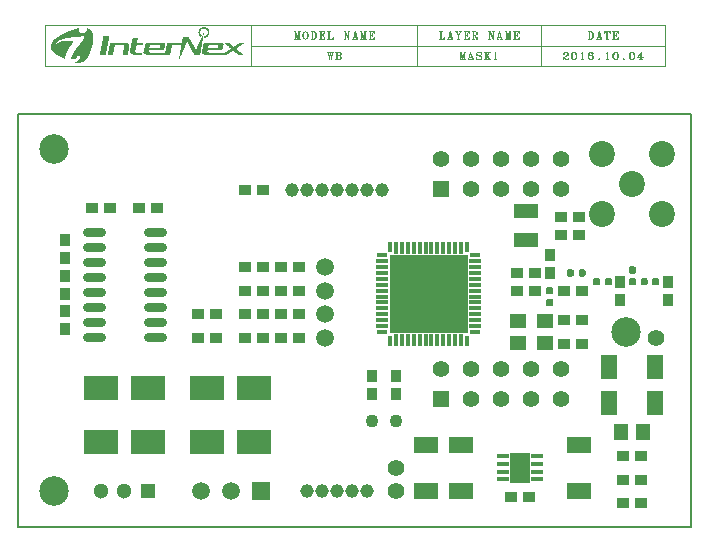
<source format=gbr>
%MOMM*%
%FSLAX33Y33*%
%ADD10C,0.203200*%
%ADD14C,0.070000*%
%ADD16R,0.900000X1.000000*%
%ADD17C,1.300000*%
%ADD18R,2.900000X2.100000*%
%ADD19C,0.735000*%
%ADD70R,1.000000X0.900000*%
%ADD71R,1.300000X1.300000*%
%ADD20C,1.500000*%
%ADD21R,1.500000X1.500000*%
%ADD22C,1.150000*%
%ADD23C,1.100000*%
%ADD24R,2.100000X1.400000*%
%ADD25C,1.400000*%
%ADD26R,1.000000X0.350000*%
%ADD27R,0.890600X0.355600*%
%ADD28R,0.355600X0.890600*%
%ADD29R,0.350000X1.000000*%
%ADD72R,6.700000X6.700000*%
%ADD73R,1.400000X1.400000*%
%ADD125R,1.000000X0.425000*%
%ADD126R,1.750000X2.500000*%
%ADD127R,1.400000X1.150000*%
%ADD128R,2.000000X1.200000*%
%ADD129R,1.200000X1.350000*%
%ADD130R,1.400000X2.100000*%
%ADD131C,2.200000*%
%ADD132C,2.500000*%
G90*G71*G01*D02*G54D10*X000000Y000000D02*X057000Y000000D01*X057000Y035000D01*
X000000Y035000D01*X000000Y000000D01*D02*G54D14*X019750Y042500D02*
X002250Y042500D01*X002250Y039000D01*X019750Y039000D01*X019750Y040750D02*
X054750Y040750D01*X026232Y040214D02*X026314Y039578D01*X026254Y040214D02*
X026314Y039727D01*X026314Y039578D01*X026273Y040214D02*X026336Y039727D01*
X026400Y040214D02*X026336Y039727D01*X026314Y039578D01*X026400Y040214D02*
X026482Y039578D01*X026418Y040214D02*X026482Y039727D01*X026482Y039578D01*
X026441Y040214D02*X026500Y039727D01*X026564Y040193D02*X026500Y039727D01*
X026482Y039578D01*X026173Y040214D02*X026336Y040214D01*X026400Y040214D02*
X026441Y040214D01*X026500Y040214D02*X026628Y040214D01*X026191Y040214D02*
X026254Y040193D01*X026213Y040214D02*X026254Y040161D01*X026295Y040214D02*
X026273Y040161D01*X026314Y040214D02*X026273Y040193D01*X026523Y040214D02*
X026564Y040193D01*X026605Y040214D02*X026564Y040193D01*X026950Y040214D02*
X026950Y039578D01*X026977Y040193D02*X026977Y039610D01*X027004Y040214D02*
X027004Y039578D01*X026873Y040214D02*X027191Y040214D01*X027273Y040193D01*
X027296Y040161D01*X027327Y040098D01*X027327Y040034D01*X027296Y039981D01*
X027273Y039949D01*X027191Y039917D01*X027273Y040161D02*X027296Y040098D01*
X027296Y040034D01*X027273Y039981D01*X027191Y040214D02*X027246Y040193D01*
X027273Y040130D01*X027273Y040002D01*X027246Y039949D01*X027191Y039917D01*
X027004Y039917D02*X027191Y039917D01*X027273Y039886D01*X027296Y039854D01*
X027327Y039790D01*X027327Y039705D01*X027296Y039642D01*X027273Y039610D01*
X027191Y039578D01*X026873Y039578D01*X027273Y039854D02*X027296Y039790D01*
X027296Y039705D01*X027273Y039642D01*X027191Y039917D02*X027246Y039886D01*
X027273Y039822D01*X027273Y039673D01*X027246Y039610D01*X027191Y039578D01*
X026895Y040214D02*X026950Y040193D01*X026923Y040214D02*X026950Y040161D01*
X027032Y040214D02*X027004Y040161D01*X027059Y040214D02*X027004Y040193D01*
X026950Y039610D02*X026895Y039578D01*X026950Y039642D02*X026923Y039578D01*
X027004Y039642D02*X027032Y039578D01*X027004Y039610D02*X027059Y039578D01*
X023432Y041964D02*X023432Y041360D01*X023432Y041964D02*X023577Y041328D01*
X023454Y041964D02*X023577Y041423D01*X023473Y041964D02*X023596Y041423D01*
X023723Y041964D02*X023577Y041328D01*X023723Y041964D02*X023723Y041328D01*
X023741Y041943D02*X023741Y041360D01*X023764Y041964D02*X023764Y041328D01*
X023373Y041964D02*X023473Y041964D01*X023723Y041964D02*X023828Y041964D01*
X023373Y041328D02*X023495Y041328D01*X023659Y041328D02*X023828Y041328D01*
X023391Y041964D02*X023432Y041943D01*X023782Y041964D02*X023764Y041911D01*
X023805Y041964D02*X023764Y041943D01*X023432Y041360D02*X023391Y041328D01*
X023432Y041360D02*X023473Y041328D01*X023723Y041360D02*X023682Y041328D01*
X023723Y041392D02*X023700Y041328D01*X023764Y041392D02*X023782Y041328D01*
X023764Y041360D02*X023805Y041328D01*X024268Y041964D02*X024186Y041943D01*
X024127Y041880D01*X024100Y041816D01*X024073Y041699D01*X024073Y041604D01*
X024100Y041477D01*X024127Y041423D01*X024186Y041360D01*X024268Y041328D01*
X024327Y041328D01*X024414Y041360D01*X024468Y041423D01*X024496Y041477D01*
X024528Y041604D01*X024528Y041699D01*X024496Y041816D01*X024468Y041880D01*
X024414Y041943D01*X024327Y041964D01*X024268Y041964D01*X024154Y041880D02*
X024127Y041816D01*X024100Y041731D01*X024100Y041572D01*X024127Y041477D01*
X024154Y041423D01*X024441Y041423D02*X024468Y041477D01*X024496Y041572D01*
X024496Y041731D01*X024468Y041816D01*X024441Y041880D01*X024268Y041964D02*
X024214Y041943D01*X024154Y041848D01*X024127Y041731D01*X024127Y041572D01*
X024154Y041455D01*X024214Y041360D01*X024268Y041328D01*X024327Y041328D02*
X024382Y041360D01*X024441Y041455D01*X024468Y041572D01*X024468Y041731D01*
X024441Y041848D01*X024382Y041943D01*X024327Y041964D01*X024850Y041964D02*
X024850Y041328D01*X024877Y041943D02*X024877Y041360D01*X024904Y041964D02*
X024904Y041328D01*X024773Y041964D02*X025036Y041964D01*X025118Y041943D01*
X025173Y041880D01*X025200Y041816D01*X025228Y041731D01*X025228Y041572D01*
X025200Y041477D01*X025173Y041423D01*X025118Y041360D01*X025036Y041328D01*
X024773Y041328D01*X025146Y041880D02*X025173Y041816D01*X025200Y041731D01*
X025200Y041572D01*X025173Y041477D01*X025146Y041423D01*X025036Y041964D02*
X025091Y041943D01*X025146Y041848D01*X025173Y041731D01*X025173Y041572D01*
X025146Y041455D01*X025091Y041360D01*X025036Y041328D01*X024795Y041964D02*
X024850Y041943D01*X024823Y041964D02*X024850Y041911D01*X024932Y041964D02*
X024904Y041911D01*X024959Y041964D02*X024904Y041943D01*X024850Y041360D02*
X024795Y041328D01*X024850Y041392D02*X024823Y041328D01*X024904Y041392D02*
X024932Y041328D01*X024904Y041360D02*X024959Y041328D01*X025554Y041964D02*
X025554Y041328D01*X025582Y041943D02*X025582Y041360D01*X025614Y041964D02*
X025614Y041328D01*X025473Y041964D02*X025928Y041964D01*X025928Y041784D01*
X025614Y041667D02*X025782Y041667D01*X025782Y041784D02*X025782Y041540D01*
X025473Y041328D02*X025928Y041328D01*X025928Y041508D01*X025500Y041964D02*
X025554Y041943D01*X025527Y041964D02*X025554Y041911D01*X025641Y041964D02*
X025614Y041911D01*X025668Y041964D02*X025614Y041943D01*X025782Y041964D02*
X025928Y041943D01*X025841Y041964D02*X025928Y041911D01*X025868Y041964D02*
X025928Y041880D01*X025896Y041964D02*X025928Y041784D01*X025782Y041784D02*
X025755Y041667D01*X025782Y041540D01*X025782Y041731D02*X025727Y041667D01*
X025782Y041604D01*X025782Y041699D02*X025668Y041667D01*X025782Y041636D01*
X025554Y041360D02*X025500Y041328D01*X025554Y041392D02*X025527Y041328D01*
X025614Y041392D02*X025641Y041328D01*X025614Y041360D02*X025668Y041328D01*
X025782Y041328D02*X025928Y041360D01*X025841Y041328D02*X025928Y041392D01*
X025868Y041328D02*X025928Y041423D01*X025896Y041328D02*X025928Y041508D01*
X026264Y041964D02*X026264Y041328D01*X026291Y041943D02*X026291Y041360D01*
X026323Y041964D02*X026323Y041328D01*X026173Y041964D02*X026414Y041964D01*
X026173Y041328D02*X026628Y041328D01*X026628Y041508D01*X026200Y041964D02*
X026264Y041943D01*X026232Y041964D02*X026264Y041911D01*X026355Y041964D02*
X026323Y041911D01*X026382Y041964D02*X026323Y041943D01*X026264Y041360D02*
X026200Y041328D01*X026264Y041392D02*X026232Y041328D01*X026323Y041392D02*
X026355Y041328D01*X026323Y041360D02*X026382Y041328D01*X026473Y041328D02*
X026628Y041360D01*X026532Y041328D02*X026628Y041392D01*X026564Y041328D02*
X026628Y041423D01*X026596Y041328D02*X026628Y041508D01*X027636Y041964D02*
X027636Y041360D01*X027636Y041964D02*X027955Y041328D01*X027663Y041964D02*
X027932Y041423D01*X027682Y041964D02*X027955Y041423D01*X027955Y041943D02*
X027955Y041328D01*X027572Y041964D02*X027682Y041964D01*X027891Y041964D02*
X028027Y041964D01*X027572Y041328D02*X027704Y041328D01*X027591Y041964D02*
X027636Y041943D01*X027914Y041964D02*X027955Y041943D01*X028005Y041964D02*
X027955Y041943D01*X027636Y041360D02*X027591Y041328D01*X027636Y041360D02*
X027682Y041328D01*X028500Y041964D02*X028323Y041360D01*X028473Y041880D02*
X028623Y041328D01*X028500Y041880D02*X028650Y041328D01*X028500Y041964D02*
X028673Y041328D01*X028373Y041508D02*X028600Y041508D01*X028272Y041328D02*
X028423Y041328D01*X028550Y041328D02*X028727Y041328D01*X028323Y041360D02*
X028295Y041328D01*X028323Y041360D02*X028373Y041328D01*X028623Y041360D02*
X028573Y041328D01*X028623Y041392D02*X028600Y041328D01*X028650Y041392D02*
X028700Y041328D01*X029032Y041964D02*X029032Y041360D01*X029032Y041964D02*
X029177Y041328D01*X029054Y041964D02*X029177Y041423D01*X029073Y041964D02*
X029195Y041423D01*X029323Y041964D02*X029177Y041328D01*X029323Y041964D02*
X029323Y041328D01*X029341Y041943D02*X029341Y041360D01*X029364Y041964D02*
X029364Y041328D01*X028972Y041964D02*X029073Y041964D01*X029323Y041964D02*
X029427Y041964D01*X028972Y041328D02*X029095Y041328D01*X029259Y041328D02*
X029427Y041328D01*X028991Y041964D02*X029032Y041943D01*X029382Y041964D02*
X029364Y041911D01*X029405Y041964D02*X029364Y041943D01*X029032Y041360D02*
X028991Y041328D01*X029032Y041360D02*X029073Y041328D01*X029323Y041360D02*
X029282Y041328D01*X029323Y041392D02*X029300Y041328D01*X029364Y041392D02*
X029382Y041328D01*X029364Y041360D02*X029405Y041328D01*X029754Y041964D02*
X029754Y041328D01*X029782Y041943D02*X029782Y041360D01*X029814Y041964D02*
X029814Y041328D01*X029672Y041964D02*X030127Y041964D01*X030127Y041784D01*
X029814Y041667D02*X029982Y041667D01*X029982Y041784D02*X029982Y041540D01*
X029672Y041328D02*X030127Y041328D01*X030127Y041508D01*X029700Y041964D02*
X029754Y041943D01*X029727Y041964D02*X029754Y041911D01*X029841Y041964D02*
X029814Y041911D01*X029868Y041964D02*X029814Y041943D01*X029982Y041964D02*
X030127Y041943D01*X030041Y041964D02*X030127Y041911D01*X030068Y041964D02*
X030127Y041880D01*X030096Y041964D02*X030127Y041784D01*X029982Y041784D02*
X029955Y041667D01*X029982Y041540D01*X029982Y041731D02*X029927Y041667D01*
X029982Y041604D01*X029982Y041699D02*X029868Y041667D01*X029982Y041636D01*
X029754Y041360D02*X029700Y041328D01*X029754Y041392D02*X029727Y041328D01*
X029814Y041392D02*X029841Y041328D01*X029814Y041360D02*X029868Y041328D01*
X029982Y041328D02*X030127Y041360D01*X030041Y041328D02*X030127Y041392D01*
X030068Y041328D02*X030127Y041423D01*X030096Y041328D02*X030127Y041508D01*
X035714Y041964D02*X035714Y041328D01*X035741Y041943D02*X035741Y041360D01*
X035773Y041964D02*X035773Y041328D01*X035623Y041964D02*X035864Y041964D01*
X035623Y041328D02*X036078Y041328D01*X036078Y041508D01*X035650Y041964D02*
X035714Y041943D01*X035682Y041964D02*X035714Y041911D01*X035805Y041964D02*
X035773Y041911D01*X035832Y041964D02*X035773Y041943D01*X035714Y041360D02*
X035650Y041328D01*X035714Y041392D02*X035682Y041328D01*X035773Y041392D02*
X035805Y041328D01*X035773Y041360D02*X035832Y041328D01*X035923Y041328D02*
X036078Y041360D01*X035982Y041328D02*X036078Y041392D01*X036014Y041328D02*
X036078Y041423D01*X036046Y041328D02*X036078Y041508D01*X036550Y041964D02*
X036373Y041360D01*X036523Y041880D02*X036673Y041328D01*X036550Y041880D02*
X036700Y041328D01*X036550Y041964D02*X036723Y041328D01*X036423Y041508D02*
X036650Y041508D01*X036323Y041328D02*X036473Y041328D01*X036600Y041328D02*
X036778Y041328D01*X036373Y041360D02*X036345Y041328D01*X036373Y041360D02*
X036423Y041328D01*X036673Y041360D02*X036623Y041328D01*X036673Y041392D02*
X036650Y041328D01*X036700Y041392D02*X036750Y041328D01*X037068Y041964D02*
X037223Y041636D01*X037223Y041328D01*X037091Y041964D02*X037245Y041636D01*
X037245Y041360D01*X037109Y041964D02*X037273Y041636D01*X037273Y041328D01*
X037405Y041943D02*X037273Y041636D01*X037023Y041964D02*X037182Y041964D01*
X037336Y041964D02*X037478Y041964D01*X037159Y041328D02*X037336Y041328D01*
X037045Y041964D02*X037091Y041943D01*X037159Y041964D02*X037109Y041943D01*
X037364Y041964D02*X037405Y041943D01*X037450Y041964D02*X037405Y041943D01*
X037223Y041360D02*X037182Y041328D01*X037223Y041392D02*X037200Y041328D01*
X037273Y041392D02*X037291Y041328D01*X037273Y041360D02*X037314Y041328D01*
X037804Y041964D02*X037804Y041328D01*X037832Y041943D02*X037832Y041360D01*
X037864Y041964D02*X037864Y041328D01*X037723Y041964D02*X038178Y041964D01*
X038178Y041784D01*X037864Y041667D02*X038032Y041667D01*X038032Y041784D02*
X038032Y041540D01*X037723Y041328D02*X038178Y041328D01*X038178Y041508D01*
X037750Y041964D02*X037804Y041943D01*X037777Y041964D02*X037804Y041911D01*
X037891Y041964D02*X037864Y041911D01*X037918Y041964D02*X037864Y041943D01*
X038032Y041964D02*X038178Y041943D01*X038091Y041964D02*X038178Y041911D01*
X038118Y041964D02*X038178Y041880D01*X038146Y041964D02*X038178Y041784D01*
X038032Y041784D02*X038005Y041667D01*X038032Y041540D01*X038032Y041731D02*
X037977Y041667D01*X038032Y041604D01*X038032Y041699D02*X037918Y041667D01*
X038032Y041636D01*X037804Y041360D02*X037750Y041328D01*X037804Y041392D02*
X037777Y041328D01*X037864Y041392D02*X037891Y041328D01*X037864Y041360D02*
X037918Y041328D01*X038032Y041328D02*X038178Y041360D01*X038091Y041328D02*
X038178Y041392D01*X038118Y041328D02*X038178Y041423D01*X038146Y041328D02*
X038178Y041508D01*X038495Y041964D02*X038495Y041328D01*X038523Y041943D02*
X038523Y041360D01*X038545Y041964D02*X038545Y041328D01*X038423Y041964D02*
X038723Y041964D01*X038800Y041943D01*X038823Y041911D01*X038850Y041848D01*
X038850Y041784D01*X038823Y041731D01*X038800Y041699D01*X038723Y041667D01*
X038545Y041667D01*X038800Y041911D02*X038823Y041848D01*X038823Y041784D01*
X038800Y041731D01*X038723Y041964D02*X038773Y041943D01*X038800Y041880D01*
X038800Y041752D01*X038773Y041699D01*X038723Y041667D01*X038645Y041667D02*
X038700Y041636D01*X038723Y041572D01*X038773Y041392D01*X038800Y041328D01*
X038850Y041328D01*X038878Y041392D01*X038878Y041455D01*X038773Y041455D02*
X038800Y041392D01*X038823Y041360D01*X038850Y041360D01*X038700Y041636D02*
X038723Y041604D01*X038800Y041423D01*X038823Y041392D01*X038850Y041392D01*
X038878Y041423D01*X038423Y041328D02*X038623Y041328D01*X038445Y041964D02*
X038495Y041943D01*X038473Y041964D02*X038495Y041911D01*X038573Y041964D02*
X038545Y041911D01*X038595Y041964D02*X038545Y041943D01*X038495Y041360D02*
X038445Y041328D01*X038495Y041392D02*X038473Y041328D01*X038545Y041392D02*
X038573Y041328D01*X038545Y041360D02*X038595Y041328D01*X039886Y041964D02*
X039886Y041360D01*X039886Y041964D02*X040205Y041328D01*X039913Y041964D02*
X040182Y041423D01*X039932Y041964D02*X040205Y041423D01*X040205Y041943D02*
X040205Y041328D01*X039822Y041964D02*X039932Y041964D01*X040141Y041964D02*
X040277Y041964D01*X039822Y041328D02*X039954Y041328D01*X039841Y041964D02*
X039886Y041943D01*X040164Y041964D02*X040205Y041943D01*X040255Y041964D02*
X040205Y041943D01*X039886Y041360D02*X039841Y041328D01*X039886Y041360D02*
X039932Y041328D01*X040750Y041964D02*X040573Y041360D01*X040723Y041880D02*
X040873Y041328D01*X040750Y041880D02*X040900Y041328D01*X040750Y041964D02*
X040923Y041328D01*X040623Y041508D02*X040850Y041508D01*X040522Y041328D02*
X040673Y041328D01*X040800Y041328D02*X040977Y041328D01*X040573Y041360D02*
X040545Y041328D01*X040573Y041360D02*X040623Y041328D01*X040873Y041360D02*
X040823Y041328D01*X040873Y041392D02*X040850Y041328D01*X040900Y041392D02*
X040950Y041328D01*X041282Y041964D02*X041282Y041360D01*X041282Y041964D02*
X041427Y041328D01*X041304Y041964D02*X041427Y041423D01*X041323Y041964D02*
X041445Y041423D01*X041573Y041964D02*X041427Y041328D01*X041573Y041964D02*
X041573Y041328D01*X041591Y041943D02*X041591Y041360D01*X041614Y041964D02*
X041614Y041328D01*X041222Y041964D02*X041323Y041964D01*X041573Y041964D02*
X041677Y041964D01*X041222Y041328D02*X041345Y041328D01*X041509Y041328D02*
X041677Y041328D01*X041241Y041964D02*X041282Y041943D01*X041632Y041964D02*
X041614Y041911D01*X041655Y041964D02*X041614Y041943D01*X041282Y041360D02*
X041241Y041328D01*X041282Y041360D02*X041323Y041328D01*X041573Y041360D02*
X041532Y041328D01*X041573Y041392D02*X041550Y041328D01*X041614Y041392D02*
X041632Y041328D01*X041614Y041360D02*X041655Y041328D01*X042004Y041964D02*
X042004Y041328D01*X042032Y041943D02*X042032Y041360D01*X042064Y041964D02*
X042064Y041328D01*X041922Y041964D02*X042377Y041964D01*X042377Y041784D01*
X042064Y041667D02*X042232Y041667D01*X042232Y041784D02*X042232Y041540D01*
X041922Y041328D02*X042377Y041328D01*X042377Y041508D01*X041950Y041964D02*
X042004Y041943D01*X041977Y041964D02*X042004Y041911D01*X042091Y041964D02*
X042064Y041911D01*X042118Y041964D02*X042064Y041943D01*X042232Y041964D02*
X042377Y041943D01*X042291Y041964D02*X042377Y041911D01*X042318Y041964D02*
X042377Y041880D01*X042346Y041964D02*X042377Y041784D01*X042232Y041784D02*
X042205Y041667D01*X042232Y041540D01*X042232Y041731D02*X042177Y041667D01*
X042232Y041604D01*X042232Y041699D02*X042118Y041667D01*X042232Y041636D01*
X042004Y041360D02*X041950Y041328D01*X042004Y041392D02*X041977Y041328D01*
X042064Y041392D02*X042091Y041328D01*X042064Y041360D02*X042118Y041328D01*
X042232Y041328D02*X042377Y041360D01*X042291Y041328D02*X042377Y041392D01*
X042318Y041328D02*X042377Y041423D01*X042346Y041328D02*X042377Y041508D01*
X033750Y042500D02*X033750Y039000D01*X019750Y042500D02*X054750Y042500D01*
X054750Y039000D02*X019750Y039000D01*X019750Y042500D02*X019750Y039000D01*
X054750Y042500D02*X054750Y039000D01*X044250Y042500D02*X044250Y039000D01*
X048300Y041964D02*X048300Y041328D01*X048327Y041943D02*X048327Y041360D01*
X048354Y041964D02*X048354Y041328D01*X048223Y041964D02*X048486Y041964D01*
X048568Y041943D01*X048623Y041880D01*X048650Y041816D01*X048678Y041731D01*
X048678Y041572D01*X048650Y041477D01*X048623Y041423D01*X048568Y041360D01*
X048486Y041328D01*X048223Y041328D01*X048596Y041880D02*X048623Y041816D01*
X048650Y041731D01*X048650Y041572D01*X048623Y041477D01*X048596Y041423D01*
X048486Y041964D02*X048541Y041943D01*X048596Y041848D01*X048623Y041731D01*
X048623Y041572D01*X048596Y041455D01*X048541Y041360D01*X048486Y041328D01*
X048245Y041964D02*X048300Y041943D01*X048273Y041964D02*X048300Y041911D01*
X048382Y041964D02*X048354Y041911D01*X048409Y041964D02*X048354Y041943D01*
X048300Y041360D02*X048245Y041328D01*X048300Y041392D02*X048273Y041328D01*
X048354Y041392D02*X048382Y041328D01*X048354Y041360D02*X048409Y041328D01*
X049150Y041964D02*X048973Y041360D01*X049123Y041880D02*X049273Y041328D01*
X049150Y041880D02*X049300Y041328D01*X049150Y041964D02*X049323Y041328D01*
X049023Y041508D02*X049250Y041508D01*X048923Y041328D02*X049073Y041328D01*
X049200Y041328D02*X049378Y041328D01*X048973Y041360D02*X048945Y041328D01*
X048973Y041360D02*X049023Y041328D01*X049273Y041360D02*X049223Y041328D01*
X049273Y041392D02*X049250Y041328D01*X049300Y041392D02*X049350Y041328D01*
X049623Y041964D02*X049623Y041784D01*X049818Y041964D02*X049818Y041328D01*
X049850Y041943D02*X049850Y041360D01*X049877Y041964D02*X049877Y041328D01*
X050077Y041964D02*X050077Y041784D01*X049623Y041964D02*X050077Y041964D01*
X049736Y041328D02*X049959Y041328D01*X049650Y041964D02*X049623Y041784D01*
X049677Y041964D02*X049623Y041880D01*X049704Y041964D02*X049623Y041911D01*
X049764Y041964D02*X049623Y041943D01*X049932Y041964D02*X050077Y041943D01*
X049991Y041964D02*X050077Y041911D01*X050018Y041964D02*X050077Y041880D01*
X050046Y041964D02*X050077Y041784D01*X049818Y041360D02*X049764Y041328D01*
X049818Y041392D02*X049791Y041328D01*X049877Y041392D02*X049905Y041328D01*
X049877Y041360D02*X049932Y041328D01*X050404Y041964D02*X050404Y041328D01*
X050432Y041943D02*X050432Y041360D01*X050464Y041964D02*X050464Y041328D01*
X050322Y041964D02*X050777Y041964D01*X050777Y041784D01*X050464Y041667D02*
X050632Y041667D01*X050632Y041784D02*X050632Y041540D01*X050322Y041328D02*
X050777Y041328D01*X050777Y041508D01*X050350Y041964D02*X050404Y041943D01*
X050377Y041964D02*X050404Y041911D01*X050491Y041964D02*X050464Y041911D01*
X050518Y041964D02*X050464Y041943D01*X050632Y041964D02*X050777Y041943D01*
X050691Y041964D02*X050777Y041911D01*X050718Y041964D02*X050777Y041880D01*
X050746Y041964D02*X050777Y041784D01*X050632Y041784D02*X050605Y041667D01*
X050632Y041540D01*X050632Y041731D02*X050577Y041667D01*X050632Y041604D01*
X050632Y041699D02*X050518Y041667D01*X050632Y041636D01*X050404Y041360D02*
X050350Y041328D01*X050404Y041392D02*X050377Y041328D01*X050464Y041392D02*
X050491Y041328D01*X050464Y041360D02*X050518Y041328D01*X050632Y041328D02*
X050777Y041360D01*X050691Y041328D02*X050777Y041392D01*X050718Y041328D02*
X050777Y041423D01*X050746Y041328D02*X050777Y041508D01*X046154Y040098D02*
X046154Y040066D01*X046186Y040066D01*X046186Y040098D01*X046154Y040098D01*
X046154Y040130D02*X046186Y040130D01*X046218Y040098D01*X046218Y040066D01*
X046186Y040034D01*X046154Y040034D01*X046123Y040066D01*X046123Y040098D01*
X046154Y040161D01*X046186Y040193D01*X046282Y040214D01*X046414Y040214D01*
X046509Y040193D01*X046541Y040161D01*X046578Y040098D01*X046578Y040034D01*
X046541Y039981D01*X046446Y039917D01*X046282Y039854D01*X046218Y039822D01*
X046154Y039758D01*X046123Y039673D01*X046123Y039578D01*X046509Y040161D02*
X046541Y040098D01*X046541Y040034D01*X046509Y039981D01*X046414Y040214D02*
X046477Y040193D01*X046509Y040098D01*X046509Y040034D01*X046477Y039981D01*
X046414Y039917D01*X046282Y039854D01*X046123Y039642D02*X046154Y039673D01*
X046218Y039673D01*X046377Y039642D01*X046509Y039642D01*X046578Y039673D01*
X046218Y039673D02*X046377Y039610D01*X046509Y039610D01*X046541Y039642D01*
X046218Y039673D02*X046377Y039578D01*X046509Y039578D01*X046541Y039610D01*
X046578Y039673D01*X046578Y039727D01*X047014Y040214D02*X046918Y040193D01*
X046854Y040098D01*X046823Y039949D01*X046823Y039854D01*X046854Y039705D01*
X046918Y039610D01*X047014Y039578D01*X047082Y039578D01*X047177Y039610D01*
X047241Y039705D01*X047278Y039854D01*X047278Y039949D01*X047241Y040098D01*
X047177Y040193D01*X047082Y040214D01*X047014Y040214D01*X046918Y040161D02*
X046886Y040098D01*X046854Y039981D01*X046854Y039822D01*X046886Y039705D01*
X046918Y039642D01*X047177Y039642D02*X047209Y039705D01*X047241Y039822D01*
X047241Y039981D01*X047209Y040098D01*X047177Y040161D01*X047014Y040214D02*
X046950Y040193D01*X046918Y040130D01*X046886Y039981D01*X046886Y039822D01*
X046918Y039673D01*X046950Y039610D01*X047014Y039578D01*X047082Y039578D02*
X047146Y039610D01*X047177Y039673D01*X047209Y039822D01*X047209Y039981D01*
X047177Y040130D01*X047146Y040193D01*X047082Y040214D01*X047727Y040161D02*
X047727Y039578D01*X047745Y040161D02*X047745Y039610D01*X047759Y040214D02*
X047759Y039578D01*X047759Y040214D02*X047714Y040130D01*X047686Y040098D01*
X047673Y039578D02*X047818Y039578D01*X047727Y039610D02*X047700Y039578D01*
X047727Y039642D02*X047714Y039578D01*X047759Y039642D02*X047773Y039578D01*
X047759Y039610D02*X047786Y039578D01*X048577Y040130D02*X048577Y040098D01*
X048609Y040098D01*X048609Y040130D01*X048577Y040130D01*X048609Y040161D02*
X048577Y040161D01*X048546Y040130D01*X048546Y040098D01*X048577Y040066D01*
X048609Y040066D01*X048641Y040098D01*X048641Y040130D01*X048609Y040193D01*
X048546Y040214D01*X048450Y040214D01*X048350Y040193D01*X048286Y040130D01*
X048254Y040066D01*X048223Y039949D01*X048223Y039758D01*X048254Y039673D01*
X048318Y039610D01*X048414Y039578D01*X048482Y039578D01*X048577Y039610D01*
X048641Y039673D01*X048678Y039758D01*X048678Y039790D01*X048641Y039886D01*
X048577Y039949D01*X048482Y039981D01*X048414Y039981D01*X048350Y039949D01*
X048318Y039917D01*X048286Y039854D01*X048318Y040130D02*X048286Y040066D01*
X048254Y039949D01*X048254Y039758D01*X048286Y039673D01*X048318Y039642D01*
X048609Y039673D02*X048641Y039727D01*X048641Y039822D01*X048609Y039886D01*
X048450Y040214D02*X048382Y040193D01*X048350Y040161D01*X048318Y040098D01*
X048286Y039981D01*X048286Y039758D01*X048318Y039673D01*X048350Y039610D01*
X048414Y039578D01*X048482Y039578D02*X048546Y039610D01*X048577Y039642D01*
X048609Y039727D01*X048609Y039822D01*X048577Y039917D01*X048546Y039949D01*
X048482Y039981D01*X049141Y039673D02*X049127Y039642D01*X049127Y039610D01*
X049141Y039578D01*X049155Y039578D01*X049168Y039610D01*X049168Y039642D01*
X049155Y039673D01*X049141Y039673D01*X049141Y039642D02*X049141Y039610D01*
X049155Y039610D01*X049155Y039642D01*X049141Y039642D01*X049827Y040161D02*
X049827Y039578D01*X049845Y040161D02*X049845Y039610D01*X049859Y040214D02*
X049859Y039578D01*X049859Y040214D02*X049814Y040130D01*X049786Y040098D01*
X049773Y039578D02*X049918Y039578D01*X049827Y039610D02*X049800Y039578D01*
X049827Y039642D02*X049814Y039578D01*X049859Y039642D02*X049873Y039578D01*
X049859Y039610D02*X049886Y039578D01*X050514Y040214D02*X050418Y040193D01*
X050354Y040098D01*X050322Y039949D01*X050322Y039854D01*X050354Y039705D01*
X050418Y039610D01*X050514Y039578D01*X050582Y039578D01*X050677Y039610D01*
X050741Y039705D01*X050777Y039854D01*X050777Y039949D01*X050741Y040098D01*
X050677Y040193D01*X050582Y040214D01*X050514Y040214D01*X050418Y040161D02*
X050386Y040098D01*X050354Y039981D01*X050354Y039822D01*X050386Y039705D01*
X050418Y039642D01*X050677Y039642D02*X050709Y039705D01*X050741Y039822D01*
X050741Y039981D01*X050709Y040098D01*X050677Y040161D01*X050514Y040214D02*
X050450Y040193D01*X050418Y040130D01*X050386Y039981D01*X050386Y039822D01*
X050418Y039673D01*X050450Y039610D01*X050514Y039578D01*X050582Y039578D02*
X050646Y039610D01*X050677Y039673D01*X050709Y039822D01*X050709Y039981D01*
X050677Y040130D01*X050646Y040193D01*X050582Y040214D01*X051241Y039673D02*
X051227Y039642D01*X051227Y039610D01*X051241Y039578D01*X051255Y039578D01*
X051268Y039610D01*X051268Y039642D01*X051255Y039673D01*X051241Y039673D01*
X051241Y039642D02*X051241Y039610D01*X051255Y039610D01*X051255Y039642D01*
X051241Y039642D01*X051914Y040214D02*X051818Y040193D01*X051754Y040098D01*
X051722Y039949D01*X051722Y039854D01*X051754Y039705D01*X051818Y039610D01*
X051914Y039578D01*X051982Y039578D01*X052077Y039610D01*X052141Y039705D01*
X052177Y039854D01*X052177Y039949D01*X052141Y040098D01*X052077Y040193D01*
X051982Y040214D01*X051914Y040214D01*X051818Y040161D02*X051786Y040098D01*
X051754Y039981D01*X051754Y039822D01*X051786Y039705D01*X051818Y039642D01*
X052077Y039642D02*X052109Y039705D01*X052141Y039822D01*X052141Y039981D01*
X052109Y040098D01*X052077Y040161D01*X051914Y040214D02*X051850Y040193D01*
X051818Y040130D01*X051786Y039981D01*X051786Y039822D01*X051818Y039673D01*
X051850Y039610D01*X051914Y039578D01*X051982Y039578D02*X052046Y039610D01*
X052077Y039673D01*X052109Y039822D01*X052109Y039981D01*X052077Y040130D01*
X052046Y040193D01*X051982Y040214D01*X052677Y040130D02*X052677Y039578D01*
X052705Y040161D02*X052705Y039610D01*X052732Y040214D02*X052732Y039578D01*
X052732Y040214D02*X052422Y039758D01*X052877Y039758D01*X052591Y039578D02*
X052818Y039578D01*X052677Y039610D02*X052618Y039578D01*X052677Y039642D02*
X052645Y039578D01*X052732Y039642D02*X052759Y039578D01*X052732Y039610D02*
X052791Y039578D01*X037432Y040214D02*X037432Y039610D01*X037432Y040214D02*
X037577Y039578D01*X037454Y040214D02*X037577Y039673D01*X037473Y040214D02*
X037595Y039673D01*X037723Y040214D02*X037577Y039578D01*X037723Y040214D02*
X037723Y039578D01*X037741Y040193D02*X037741Y039610D01*X037764Y040214D02*
X037764Y039578D01*X037373Y040214D02*X037473Y040214D01*X037723Y040214D02*
X037828Y040214D01*X037373Y039578D02*X037495Y039578D01*X037659Y039578D02*
X037828Y039578D01*X037391Y040214D02*X037432Y040193D01*X037782Y040214D02*
X037764Y040161D01*X037805Y040214D02*X037764Y040193D01*X037432Y039610D02*
X037391Y039578D01*X037432Y039610D02*X037473Y039578D01*X037723Y039610D02*
X037682Y039578D01*X037723Y039642D02*X037700Y039578D01*X037764Y039642D02*
X037782Y039578D01*X037764Y039610D02*X037805Y039578D01*X038300Y040214D02*
X038123Y039610D01*X038273Y040130D02*X038423Y039578D01*X038300Y040130D02*
X038450Y039578D01*X038300Y040214D02*X038473Y039578D01*X038173Y039758D02*
X038400Y039758D01*X038073Y039578D02*X038223Y039578D01*X038350Y039578D02*
X038528Y039578D01*X038123Y039610D02*X038095Y039578D01*X038123Y039610D02*
X038173Y039578D01*X038423Y039610D02*X038373Y039578D01*X038423Y039642D02*
X038400Y039578D01*X038450Y039642D02*X038500Y039578D01*X039191Y040130D02*
X039228Y040214D01*X039228Y040034D01*X039191Y040130D01*X039127Y040193D01*
X039027Y040214D01*X038932Y040214D01*X038836Y040193D01*X038773Y040130D01*
X038773Y040034D01*X038804Y039981D01*X038900Y039917D01*X039096Y039854D01*
X039159Y039822D01*X039191Y039758D01*X039191Y039673D01*X039159Y039610D01*
X038804Y040034D02*X038836Y039981D01*X038900Y039949D01*X039096Y039886D01*
X039159Y039854D01*X039191Y039790D01*X038836Y040193D02*X038804Y040130D01*
X038804Y040066D01*X038836Y040002D01*X038900Y039981D01*X039096Y039917D01*
X039191Y039854D01*X039228Y039790D01*X039228Y039705D01*X039191Y039642D01*
X039159Y039610D01*X039064Y039578D01*X038964Y039578D01*X038868Y039610D01*
X038804Y039673D01*X038773Y039758D01*X038773Y039578D01*X038804Y039673D01*
X039541Y040214D02*X039541Y039578D01*X039568Y040193D02*X039568Y039610D01*
X039591Y040214D02*X039591Y039578D01*X039855Y040193D02*X039591Y039854D01*
X039664Y039917D02*X039827Y039578D01*X039686Y039917D02*X039855Y039578D01*
X039686Y039981D02*X039877Y039578D01*X039473Y040214D02*X039664Y040214D01*
X039782Y040214D02*X039927Y040214D01*X039473Y039578D02*X039664Y039578D01*
X039759Y039578D02*X039927Y039578D01*X039495Y040214D02*X039541Y040193D01*
X039518Y040214D02*X039541Y040161D01*X039614Y040214D02*X039591Y040161D01*
X039636Y040214D02*X039591Y040193D01*X039827Y040214D02*X039855Y040193D01*
X039900Y040214D02*X039855Y040193D01*X039541Y039610D02*X039495Y039578D01*
X039541Y039642D02*X039518Y039578D01*X039591Y039642D02*X039614Y039578D01*
X039591Y039610D02*X039636Y039578D01*X039827Y039642D02*X039782Y039578D01*
X039827Y039642D02*X039900Y039578D01*X040377Y040161D02*X040377Y039578D01*
X040395Y040161D02*X040395Y039610D01*X040409Y040214D02*X040409Y039578D01*
X040409Y040214D02*X040364Y040130D01*X040336Y040098D01*X040323Y039578D02*
X040468Y039578D01*X040377Y039610D02*X040350Y039578D01*X040377Y039642D02*
X040364Y039578D01*X040409Y039642D02*X040423Y039578D01*X040409Y039610D02*
X040436Y039578D01*D02*G54D16*X030000Y011250D03*X032000Y011250D03*
X030000Y012750D03*X032000Y012750D03*X004000Y016750D03*X004000Y019750D03*
X004000Y018250D03*X051000Y019250D03*X055000Y019250D03*X004000Y022750D03*
X004000Y021250D03*X045000Y021500D03*X045000Y023000D03*X051000Y020750D03*
X055000Y020750D03*X004000Y024250D03*D02*G54D17*X007000Y003000D03*
X009000Y003000D03*D02*G54D18*X007000Y007200D03*X011000Y007200D03*
X016000Y007200D03*X020000Y007200D03*X007000Y011800D03*X011000Y011800D03*
X016000Y011800D03*X020000Y011800D03*D02*G54D19*X005818Y017325D02*
X007018Y017325D01*X005818Y016055D02*X007018Y016055D01*X010983Y016055D02*
X012183Y016055D01*X010983Y017325D02*X012183Y017325D01*X005818Y019865D02*
X007018Y019865D01*X005818Y018595D02*X007018Y018595D01*X010983Y018595D02*
X012183Y018595D01*X010983Y019865D02*X012183Y019865D01*X005818Y022405D02*
X007018Y022405D01*X005818Y021135D02*X007018Y021135D01*X010983Y021135D02*
X012183Y021135D01*X010983Y022405D02*X012183Y022405D01*X005818Y024945D02*
X007018Y024945D01*X005818Y023675D02*X007018Y023675D01*X010983Y023675D02*
X012183Y023675D01*X010983Y024945D02*X012183Y024945D01*D02*G54D70*
X041750Y002500D03*X043250Y002500D03*X051250Y002000D03*X052750Y002000D03*
X051250Y004000D03*X052750Y004000D03*X051250Y006000D03*X052750Y006000D03*
X016750Y016000D03*X015250Y016000D03*X019250Y016000D03*X020750Y016000D03*
X023750Y016000D03*X022250Y016000D03*X046250Y015500D03*X046250Y017500D03*
X047750Y015500D03*X047750Y017500D03*X016750Y018000D03*X015250Y018000D03*
X019250Y018000D03*X020750Y018000D03*X019250Y020000D03*X020750Y020000D03*
X023750Y018000D03*X022250Y018000D03*X023750Y020000D03*X022250Y020000D03*
X042250Y020000D03*X043750Y020000D03*X046250Y020000D03*X047750Y020000D03*
X019250Y022000D03*X020750Y022000D03*X023750Y022000D03*X022250Y022000D03*
X042250Y021500D03*X043750Y021500D03*X046000Y024750D03*X046000Y026250D03*
X047500Y024750D03*X047500Y026250D03*X007750Y027000D03*X006250Y027000D03*
X010250Y027000D03*X011750Y027000D03*X020750Y028500D03*X019250Y028500D03*D02*
G54D71*X011000Y003000D03*D02*G54D20*X015460Y003000D03*X018000Y003000D03*
X026000Y016000D03*X026000Y018000D03*X026000Y020000D03*X026000Y022000D03*D02*
G54D21*X020540Y003000D03*D02*G54D22*X025730Y003000D03*X024460Y003000D03*
X029540Y003000D03*X028270Y003000D03*X027000Y003000D03*X023190Y028500D03*
X024460Y028500D03*X025730Y028500D03*X027000Y028500D03*X028270Y028500D03*
X029540Y028500D03*X030810Y028500D03*D02*G54D23*X030000Y009000D03*
X032000Y009000D03*D02*G54D24*X034500Y003050D03*X037500Y003050D03*
X047500Y003050D03*X034500Y006950D03*X037500Y006950D03*X047500Y006950D03*D02*
G54D25*X032000Y003000D03*X032000Y005000D03*X038380Y010800D03*X040920Y010800D03*
X046000Y010800D03*X043460Y010800D03*X038380Y013340D03*X035840Y013340D03*
X040920Y013340D03*X046000Y013340D03*X043460Y013340D03*X054000Y016000D03*
X038380Y028580D03*X040920Y028580D03*X046000Y028580D03*X043460Y028580D03*
X038380Y031120D03*X035840Y031120D03*X040920Y031120D03*X046000Y031120D03*
X043460Y031120D03*D02*G54D26*X030850Y017000D03*X038650Y017000D03*
X030850Y020000D03*X030850Y019500D03*X030850Y019000D03*X030850Y018500D03*
X030850Y018000D03*X030850Y017500D03*X038650Y017500D03*X038650Y018000D03*
X038650Y018500D03*X038650Y019000D03*X038650Y019500D03*X038650Y020000D03*
X030850Y022500D03*X030850Y022000D03*X030850Y021500D03*X030850Y021000D03*
X030850Y020500D03*X038650Y020500D03*X038650Y021000D03*X038650Y021500D03*
X038650Y022000D03*X038650Y022500D03*D02*G54D27*X030775Y016500D03*
X038725Y016500D03*X030775Y023000D03*X038725Y023000D03*D02*G54D28*
X031500Y015775D03*X038000Y015775D03*X031500Y023725D03*X038000Y023725D03*D02*
G54D29*X032000Y015850D03*X032500Y015850D03*X033000Y015850D03*X033500Y015850D03*
X034000Y015850D03*X034500Y015850D03*X035000Y015850D03*X035500Y015850D03*
X036000Y015850D03*X036500Y015850D03*X037000Y015850D03*X037500Y015850D03*
X034000Y023650D03*X033500Y023650D03*X033000Y023650D03*X032500Y023650D03*
X032000Y023650D03*X037500Y023650D03*X037000Y023650D03*X036500Y023650D03*
X036000Y023650D03*X035500Y023650D03*X035000Y023650D03*X034500Y023650D03*D02*
G54D72*X034750Y019750D03*D02*G54D73*X035840Y010800D03*X035840Y028580D03*D02*
G54D125*X041050Y005975D03*X041050Y005325D03*X041050Y004675D03*X041050Y004025D03*
X043950Y004025D03*X043950Y004675D03*X043950Y005325D03*X043950Y005975D03*D02*
G54D126*X042500Y005000D03*D02*G54D127*X042350Y015575D03*X042350Y017425D03*
X044650Y015575D03*X044650Y017425D03*D02*G54D128*X043000Y024250D03*
X043000Y026750D03*D02*G54D129*X051075Y008000D03*X052925Y008000D03*D02*G54D130*
X050050Y010500D03*X053950Y010500D03*X050050Y013500D03*X053950Y013500D03*D02*
G54D131*X049460Y026460D03*X054540Y026460D03*X052000Y029000D03*X049460Y031540D03*
X054540Y031540D03*D02*G54D132*X003000Y003000D03*X003000Y032000D03*
X051500Y016500D03*X003000Y003000D03*X003000Y032000D03*X051500Y016500D03*
X000000Y000000D02*
G36*X044700Y018850D02*X044703Y018821D01*X044711Y018793D01*X044725Y018767D01*
X044744Y018744D01*X044767Y018725D01*X044793Y018711D01*X044821Y018703D01*
X044850Y018700D01*X045150Y018700D01*X045179Y018703D01*X045207Y018711D01*
X045233Y018725D01*X045256Y018744D01*X045275Y018767D01*X045289Y018793D01*
X045297Y018821D01*X045300Y018850D01*X045300Y019150D01*X045297Y019179D01*
X045289Y019207D01*X045275Y019233D01*X045256Y019256D01*X045233Y019275D01*
X045207Y019289D01*X045179Y019297D01*X045150Y019300D01*X044850Y019300D01*
X044821Y019297D01*X044793Y019289D01*X044767Y019275D01*X044744Y019256D01*
X044725Y019233D01*X044711Y019207D01*X044703Y019179D01*X044700Y019150D01*
X044700Y018850D01*G37*G36*X044700Y019850D02*X044703Y019821D01*X044711Y019793D01*
X044725Y019767D01*X044744Y019744D01*X044767Y019725D01*X044793Y019711D01*
X044821Y019703D01*X044850Y019700D01*X045150Y019700D01*X045179Y019703D01*
X045207Y019711D01*X045233Y019725D01*X045256Y019744D01*X045275Y019767D01*
X045289Y019793D01*X045297Y019821D01*X045300Y019850D01*X045300Y020150D01*
X045297Y020179D01*X045289Y020207D01*X045275Y020233D01*X045256Y020256D01*
X045233Y020275D01*X045207Y020289D01*X045179Y020297D01*X045150Y020300D01*
X044850Y020300D01*X044821Y020297D01*X044793Y020289D01*X044767Y020275D01*
X044744Y020256D01*X044725Y020233D01*X044711Y020207D01*X044703Y020179D01*
X044700Y020150D01*X044700Y019850D01*G37*G36*X046450Y021350D02*X046453Y021321D01*
X046461Y021293D01*X046475Y021267D01*X046494Y021244D01*X046517Y021225D01*
X046543Y021211D01*X046571Y021203D01*X046600Y021200D01*X046900Y021200D01*
X046929Y021203D01*X046957Y021211D01*X046983Y021225D01*X047006Y021244D01*
X047025Y021267D01*X047039Y021293D01*X047047Y021321D01*X047050Y021350D01*
X047050Y021650D01*X047047Y021679D01*X047039Y021707D01*X047025Y021733D01*
X047006Y021756D01*X046983Y021775D01*X046957Y021789D01*X046929Y021797D01*
X046900Y021800D01*X046600Y021800D01*X046571Y021797D01*X046543Y021789D01*
X046517Y021775D01*X046494Y021756D01*X046475Y021733D01*X046461Y021707D01*
X046453Y021679D01*X046450Y021650D01*X046450Y021350D01*G37*G36*X049700Y020600D02*
X049703Y020571D01*X049711Y020543D01*X049725Y020517D01*X049744Y020494D01*
X049767Y020475D01*X049793Y020461D01*X049821Y020453D01*X049850Y020450D01*
X050150Y020450D01*X050179Y020453D01*X050207Y020461D01*X050233Y020475D01*
X050256Y020494D01*X050275Y020517D01*X050289Y020543D01*X050297Y020571D01*
X050300Y020600D01*X050300Y020900D01*X050297Y020929D01*X050289Y020957D01*
X050275Y020983D01*X050256Y021006D01*X050233Y021025D01*X050207Y021039D01*
X050179Y021047D01*X050150Y021050D01*X049850Y021050D01*X049821Y021047D01*
X049793Y021039D01*X049767Y021025D01*X049744Y021006D01*X049725Y020983D01*
X049711Y020957D01*X049703Y020929D01*X049700Y020900D01*X049700Y020600D01*G37*G36*
X048700Y020600D02*X048703Y020571D01*X048711Y020543D01*X048725Y020517D01*
X048744Y020494D01*X048767Y020475D01*X048793Y020461D01*X048821Y020453D01*
X048850Y020450D01*X049150Y020450D01*X049179Y020453D01*X049207Y020461D01*
X049233Y020475D01*X049256Y020494D01*X049275Y020517D01*X049289Y020543D01*
X049297Y020571D01*X049300Y020600D01*X049300Y020900D01*X049297Y020929D01*
X049289Y020957D01*X049275Y020983D01*X049256Y021006D01*X049233Y021025D01*
X049207Y021039D01*X049179Y021047D01*X049150Y021050D01*X048850Y021050D01*
X048821Y021047D01*X048793Y021039D01*X048767Y021025D01*X048744Y021006D01*
X048725Y020983D01*X048711Y020957D01*X048703Y020929D01*X048700Y020900D01*
X048700Y020600D01*G37*G36*X047450Y021350D02*X047453Y021321D01*X047461Y021293D01*
X047475Y021267D01*X047494Y021244D01*X047517Y021225D01*X047543Y021211D01*
X047571Y021203D01*X047600Y021200D01*X047900Y021200D01*X047929Y021203D01*
X047957Y021211D01*X047983Y021225D01*X048006Y021244D01*X048025Y021267D01*
X048039Y021293D01*X048047Y021321D01*X048050Y021350D01*X048050Y021650D01*
X048047Y021679D01*X048039Y021707D01*X048025Y021733D01*X048006Y021756D01*
X047983Y021775D01*X047957Y021789D01*X047929Y021797D01*X047900Y021800D01*
X047600Y021800D01*X047571Y021797D01*X047543Y021789D01*X047517Y021775D01*
X047494Y021756D01*X047475Y021733D01*X047461Y021707D01*X047453Y021679D01*
X047450Y021650D01*X047450Y021350D01*G37*G36*X053700Y020600D02*X053703Y020571D01*
X053711Y020543D01*X053725Y020517D01*X053744Y020494D01*X053767Y020475D01*
X053793Y020461D01*X053821Y020453D01*X053850Y020450D01*X054150Y020450D01*
X054179Y020453D01*X054207Y020461D01*X054233Y020475D01*X054256Y020494D01*
X054275Y020517D01*X054289Y020543D01*X054297Y020571D01*X054300Y020600D01*
X054300Y020900D01*X054297Y020929D01*X054289Y020957D01*X054275Y020983D01*
X054256Y021006D01*X054233Y021025D01*X054207Y021039D01*X054179Y021047D01*
X054150Y021050D01*X053850Y021050D01*X053821Y021047D01*X053793Y021039D01*
X053767Y021025D01*X053744Y021006D01*X053725Y020983D01*X053711Y020957D01*
X053703Y020929D01*X053700Y020900D01*X053700Y020600D01*G37*G36*X052700Y020600D02*
X052703Y020571D01*X052711Y020543D01*X052725Y020517D01*X052744Y020494D01*
X052767Y020475D01*X052793Y020461D01*X052821Y020453D01*X052850Y020450D01*
X053150Y020450D01*X053179Y020453D01*X053207Y020461D01*X053233Y020475D01*
X053256Y020494D01*X053275Y020517D01*X053289Y020543D01*X053297Y020571D01*
X053300Y020600D01*X053300Y020900D01*X053297Y020929D01*X053289Y020957D01*
X053275Y020983D01*X053256Y021006D01*X053233Y021025D01*X053207Y021039D01*
X053179Y021047D01*X053150Y021050D01*X052850Y021050D01*X052821Y021047D01*
X052793Y021039D01*X052767Y021025D01*X052744Y021006D01*X052725Y020983D01*
X052711Y020957D01*X052703Y020929D01*X052700Y020900D01*X052700Y020600D01*G37*G36*
X051700Y021600D02*X051703Y021571D01*X051711Y021543D01*X051725Y021517D01*
X051744Y021494D01*X051767Y021475D01*X051793Y021461D01*X051821Y021453D01*
X051850Y021450D01*X052150Y021450D01*X052179Y021453D01*X052207Y021461D01*
X052233Y021475D01*X052256Y021494D01*X052275Y021517D01*X052289Y021543D01*
X052297Y021571D01*X052300Y021600D01*X052300Y021900D01*X052297Y021929D01*
X052289Y021957D01*X052275Y021983D01*X052256Y022006D01*X052233Y022025D01*
X052207Y022039D01*X052179Y022047D01*X052150Y022050D01*X051850Y022050D01*
X051821Y022047D01*X051793Y022039D01*X051767Y022025D01*X051744Y022006D01*
X051725Y021983D01*X051711Y021957D01*X051703Y021929D01*X051700Y021900D01*
X051700Y021600D01*G37*G36*X051700Y020600D02*X051703Y020571D01*X051711Y020543D01*
X051725Y020517D01*X051744Y020494D01*X051767Y020475D01*X051793Y020461D01*
X051821Y020453D01*X051850Y020450D01*X052150Y020450D01*X052179Y020453D01*
X052207Y020461D01*X052233Y020475D01*X052256Y020494D01*X052275Y020517D01*
X052289Y020543D01*X052297Y020571D01*X052300Y020600D01*X052300Y020900D01*
X052297Y020929D01*X052289Y020957D01*X052275Y020983D01*X052256Y021006D01*
X052233Y021025D01*X052207Y021039D01*X052179Y021047D01*X052150Y021050D01*
X051850Y021050D01*X051821Y021047D01*X051793Y021039D01*X051767Y021025D01*
X051744Y021006D01*X051725Y020983D01*X051711Y020957D01*X051703Y020929D01*
X051700Y020900D01*X051700Y020600D01*
G37*G36*X015564Y040134D02*X015564Y040220D01*
X015585Y040220D01*X015585Y040350D01*X015607Y040350D01*X015607Y040371D01*
X016039Y040371D01*X016039Y040307D01*X016039Y040263D01*X016017Y040263D01*
X016017Y040220D01*X016039Y040220D01*X016039Y040199D01*X016082Y040199D01*
X016082Y040177D01*X016147Y040177D01*X016147Y040155D01*X017962Y040155D01*
X017962Y040134D01*X017918Y040134D01*X017918Y040112D01*X017897Y040112D01*
X017897Y040091D01*X017854Y040091D01*X017854Y040069D01*X017832Y040069D01*
X017832Y040047D01*X017789Y040047D01*X017789Y040026D01*X017767Y040026D01*
X017767Y040004D01*X017724Y040004D01*X017724Y039983D01*X017702Y039983D01*
X017702Y039961D01*X015931Y039961D01*X015931Y039983D01*X015780Y039983D01*
X015780Y040004D01*X015715Y040004D01*X015715Y040026D01*X015650Y040026D01*
X015650Y040047D01*X015629Y040047D01*X015629Y040069D01*X015607Y040069D01*
X015607Y040091D01*X015585Y040091D01*X015585Y040134D01*X015564Y040134D01*G37*G36*
X015607Y040371D02*X015607Y040458D01*X015629Y040458D01*X015629Y040566D01*
X015650Y040566D01*X015650Y040674D01*X015672Y040674D01*X015672Y040782D01*
X015693Y040782D01*X015693Y040868D01*X015715Y040868D01*X015715Y040911D01*
X015737Y040911D01*X015737Y040933D01*X015758Y040933D01*X015758Y040955D01*
X015801Y040955D01*X015801Y040976D01*X015888Y040976D01*X015888Y040998D01*
X017292Y040998D01*X017292Y040976D01*X017335Y040976D01*X017335Y040955D01*
X017378Y040955D01*X017378Y040911D01*X017400Y040911D01*X017400Y040760D01*
X017378Y040760D01*X017378Y040609D01*X017357Y040609D01*X017357Y040587D01*
X016925Y040587D01*X016925Y040652D01*X016946Y040652D01*X016946Y040782D01*
X016925Y040782D01*X016925Y040803D01*X016212Y040803D01*X016212Y040782D01*
X016169Y040782D01*X016169Y040760D01*X016147Y040760D01*X016147Y040739D01*
X016125Y040739D01*X016125Y040717D01*X016104Y040717D01*X016104Y040652D01*
X016082Y040652D01*X016082Y040587D01*X017357Y040587D01*X017357Y040544D01*
X017357Y040501D01*X017335Y040501D01*X017335Y040458D01*X017314Y040458D01*
X017314Y040436D01*X017292Y040436D01*X017292Y040415D01*X017249Y040415D01*
X017249Y040393D01*X017162Y040393D01*X017162Y040371D01*X015607Y040371D01*G37*G36*
X002775Y040514D02*X002797Y040514D01*X002797Y040450D01*X002818Y040450D01*
X002818Y040406D01*X002840Y040406D01*X002840Y040363D01*X002861Y040363D01*
X002861Y040320D01*X002883Y040320D01*X002883Y040298D01*X002905Y040298D01*
X002905Y040255D01*X002926Y040255D01*X002926Y040233D01*X002948Y040233D01*
X002948Y040212D01*X002969Y040212D01*X002969Y040190D01*X002991Y040190D01*
X002991Y040169D01*X003013Y040169D01*X003013Y040147D01*X003034Y040147D01*
X003034Y040126D01*X003077Y040126D01*X003077Y040104D01*X003099Y040104D01*
X003099Y040082D01*X003120Y040082D01*X003120Y040061D01*X003164Y040061D01*
X003164Y040039D01*X003186Y040039D01*X003186Y040017D01*X003229Y040017D01*
X003229Y039996D01*X003250Y039996D01*X003250Y039974D01*X003293Y039974D01*
X003293Y039953D01*X003315Y039953D01*X003315Y039931D01*X003358Y039931D01*
X003358Y039909D01*X003401Y039909D01*X003401Y039888D01*X003445Y039888D01*
X003445Y039866D01*X003488Y039866D01*X003488Y039845D01*X003531Y039845D01*
X003531Y039823D01*X003574Y039823D01*X003574Y039801D01*X003617Y039801D01*
X003617Y039780D01*X003661Y039780D01*X003661Y039758D01*X003704Y039758D01*
X003704Y039737D01*X003768Y039737D01*X003768Y039715D01*X003790Y039715D01*
X003790Y039693D01*X003855Y039693D01*X003855Y039672D01*X003899Y039672D01*
X003899Y039650D01*X003942Y039650D01*X003942Y039629D01*X003985Y039629D01*
X003985Y039607D01*X004028Y039607D01*X004028Y039650D01*X004007Y039650D01*
X004007Y039889D01*X004028Y039889D01*X004028Y039974D01*X004049Y039974D01*
X004049Y040040D01*X004071Y040040D01*X004071Y040104D01*X004093Y040104D01*
X004093Y040147D01*X004115Y040147D01*X004115Y040212D01*X004137Y040212D01*
X004137Y040255D01*X004158Y040255D01*X004158Y040276D01*X004180Y040276D01*
X004180Y040320D01*X004201Y040320D01*X004201Y040363D01*X004223Y040363D01*
X004223Y040406D01*X004244Y040406D01*X004244Y040450D01*X004266Y040450D01*
X004266Y040471D01*X004287Y040471D01*X004287Y040514D01*X004308Y040514D01*
X004308Y040536D01*X004331Y040536D01*X004331Y040579D01*X004352Y040579D01*
X004352Y040601D01*X004373Y040601D01*X004373Y040644D01*X004396Y040644D01*
X004396Y040666D01*X004417Y040666D01*X004417Y040709D01*X004438Y040709D01*
X004438Y040752D01*X004460Y040752D01*X004460Y040774D01*X004482Y040774D01*
X004482Y040817D01*X004503Y040817D01*X004503Y040838D01*X004525Y040838D01*
X004525Y040881D01*X004547Y040881D01*X004547Y040903D01*X004568Y040903D01*
X004568Y040946D01*X004589Y040946D01*X004589Y040990D01*X004611Y040990D01*
X004611Y041011D01*X004633Y041011D01*X004633Y041055D01*X004654Y041055D01*
X004654Y041098D01*X004677Y041098D01*X004677Y041141D01*X004698Y041141D01*
X004698Y041163D01*X004093Y041163D01*X004093Y041141D01*X004071Y041141D01*
X004071Y041162D01*X004050Y041162D01*X004050Y041141D01*X003877Y041141D01*
X003877Y041120D01*X003727Y041120D01*X003727Y041098D01*X003640Y041098D01*
X003640Y041077D01*X003552Y041077D01*X003552Y041055D01*X003488Y041055D01*
X003488Y041032D01*X003445Y041032D01*X003445Y041012D01*X003379Y041012D01*
X003379Y040989D01*X003337Y040989D01*X003337Y040968D01*X003293Y040968D01*
X003293Y040946D01*X003271Y040946D01*X003271Y040925D01*X003229Y040925D01*
X003229Y040903D01*X003206Y040903D01*X003206Y040882D01*X003186Y040882D01*
X003186Y040861D01*X003164Y040861D01*X003164Y040839D01*X003143Y040839D01*
X003143Y040817D01*X003121Y040817D01*X003121Y040860D01*X003143Y040860D01*
X003143Y040881D01*X003165Y040881D01*X003165Y040925D01*X003185Y040925D01*
X003185Y040946D01*X003207Y040946D01*X003207Y040968D01*X003228Y040968D01*
X003228Y040990D01*X003251Y040990D01*X003251Y041011D01*X003272Y041011D01*
X003272Y041033D01*X003294Y041033D01*X003294Y041054D01*X003337Y041054D01*
X003337Y041076D01*X003358Y041076D01*X003358Y041098D01*X003379Y041098D01*
X003379Y041119D01*X003423Y041119D01*X003423Y041140D01*X003445Y041140D01*
X003445Y041162D01*X003488Y041162D01*X003488Y041184D01*X003531Y041184D01*
X003531Y041206D01*X003574Y041206D01*X003574Y041227D01*X003640Y041227D01*
X003640Y041249D01*X003683Y041249D01*X003683Y041270D01*X003747Y041270D01*
X003747Y041293D01*X003813Y041293D01*X003813Y041314D01*X003878Y041314D01*
X003878Y041335D01*X003964Y041335D01*X003964Y041356D01*X004050Y041356D01*
X004050Y041378D01*X004157Y041378D01*X004157Y041400D01*X004287Y041400D01*
X004287Y041421D01*X004481Y041421D01*X004481Y041443D01*X005044Y041443D01*
X005044Y041465D01*X005216Y041465D01*X005216Y041486D01*X005303Y041486D01*
X005303Y041508D01*X005367Y041508D01*X005367Y041530D01*X005433Y041530D01*
X005433Y041551D01*X005562Y041551D01*X005562Y041529D01*X005583Y041529D01*
X005583Y041508D01*X005605Y041508D01*X005605Y041443D01*X005583Y041443D01*
X005583Y041378D01*X005562Y041378D01*X005562Y041335D01*X005540Y041335D01*
X005540Y041292D01*X005518Y041292D01*X005518Y041270D01*X005497Y041270D01*
X005497Y041227D01*X005475Y041227D01*X005475Y041206D01*X005454Y041206D01*
X005454Y041163D01*X005432Y041163D01*X005432Y041141D01*X005410Y041141D01*
X005410Y041098D01*X005389Y041098D01*X005389Y041076D01*X005367Y041076D01*
X005367Y041033D01*X005346Y041033D01*X005346Y041011D01*X005324Y041011D01*
X005324Y040990D01*X005303Y040990D01*X005303Y040968D01*X005281Y040968D01*
X005281Y040925D01*X005259Y040925D01*X005259Y040904D01*X005238Y040904D01*
X005238Y040882D01*X005216Y040882D01*X005216Y040839D01*X005195Y040839D01*
X005195Y040817D01*X005173Y040817D01*X005173Y040796D01*X005151Y040796D01*
X005151Y040752D01*X005130Y040752D01*X005130Y040730D01*X005108Y040730D01*
X005108Y040709D01*X005086Y040709D01*X005086Y040687D01*X005065Y040687D01*
X005065Y040644D01*X005043Y040644D01*X005043Y040622D01*X005022Y040622D01*
X005022Y040601D01*X005000Y040601D01*X005000Y040580D01*X004979Y040580D01*
X004979Y040536D01*X004957Y040536D01*X004957Y040514D01*X004935Y040514D01*
X004935Y040493D01*X004914Y040493D01*X004914Y040450D01*X004892Y040450D01*
X004892Y040428D01*X004870Y040428D01*X004870Y040407D01*X004848Y040407D01*
X004848Y040363D01*X004827Y040363D01*X004827Y040341D01*X004806Y040341D01*
X004806Y040320D01*X004784Y040320D01*X004784Y040277D01*X004762Y040277D01*
X004762Y040255D01*X004741Y040255D01*X004741Y040212D01*X004719Y040212D01*
X004719Y040190D01*X004698Y040190D01*X004698Y040147D01*X004676Y040147D01*
X004676Y040125D01*X004654Y040125D01*X004654Y040082D01*X004633Y040082D01*
X004633Y040039D01*X004611Y040039D01*X004611Y039996D01*X004590Y039996D01*
X004590Y039953D01*X004568Y039953D01*X004568Y039910D01*X004547Y039910D01*
X004547Y039867D01*X004525Y039867D01*X004525Y039802D01*X004503Y039802D01*
X004503Y039650D01*X004525Y039650D01*X004525Y039607D01*X004547Y039607D01*
X004547Y039585D01*X004741Y039585D01*X004741Y039608D01*X004806Y039608D01*
X004806Y039629D01*X004849Y039629D01*X004849Y039650D01*X004870Y039650D01*
X004870Y039673D01*X004892Y039673D01*X004892Y039694D01*X004914Y039694D01*
X004914Y039715D01*X004936Y039715D01*X004936Y039737D01*X004957Y039737D01*
X004957Y039758D01*X004979Y039758D01*X004979Y039801D01*X005000Y039801D01*
X005000Y039823D01*X005022Y039823D01*X005022Y039845D01*X005064Y039845D01*
X005064Y039866D01*X005108Y039866D01*X005108Y039888D01*X005195Y039888D01*
X005195Y039866D01*X005238Y039866D01*X005238Y039823D01*X005259Y039823D01*
X005259Y039651D01*X005238Y039651D01*X005238Y039607D01*X005216Y039607D01*
X005216Y039585D01*X005195Y039585D01*X005195Y039564D01*X005173Y039564D01*
X005173Y039543D01*X005151Y039543D01*X005151Y039520D01*X005130Y039520D01*
X005130Y039499D01*X005107Y039499D01*X005107Y039477D01*X005065Y039477D01*
X005065Y039455D01*X005043Y039455D01*X005043Y039434D01*X005000Y039434D01*
X005000Y039412D01*X004957Y039412D01*X004957Y039391D01*X004892Y039391D01*
X004892Y039369D01*X004828Y039369D01*X004828Y039348D01*X004741Y039348D01*
X004741Y039327D01*X004827Y039327D01*X004827Y039304D01*X004978Y039304D01*
X004978Y039283D01*X005173Y039283D01*X005173Y039304D01*X005324Y039304D01*
X005324Y039326D01*X005388Y039326D01*X005388Y039348D01*X005454Y039348D01*
X005454Y039370D01*X005497Y039370D01*X005497Y039391D01*X005540Y039391D01*
X005540Y039413D01*X005562Y039413D01*X005562Y039435D01*X005605Y039435D01*
X005605Y039455D01*X005626Y039455D01*X005626Y039478D01*X005670Y039478D01*
X005670Y039498D01*X005691Y039498D01*X005691Y039520D01*X005713Y039520D01*
X005713Y039542D01*X005735Y039542D01*X005735Y039564D01*X005756Y039564D01*
X005756Y039586D01*X005778Y039586D01*X005778Y039607D01*X005800Y039607D01*
X005800Y039628D01*X005821Y039628D01*X005821Y039672D01*X005843Y039672D01*
X005843Y039694D01*X005864Y039694D01*X005864Y039715D01*X005886Y039715D01*
X005886Y039758D01*X005908Y039758D01*X005908Y039801D01*X005929Y039801D01*
X005929Y039845D01*X005951Y039845D01*X005951Y039866D01*X005972Y039866D01*
X005972Y039931D01*X005994Y039931D01*X005994Y039974D01*X006015Y039974D01*
X006015Y040017D01*X006037Y040017D01*X006037Y040061D01*X006058Y040061D01*
X006058Y040126D01*X006080Y040126D01*X006080Y040169D01*X006102Y040169D01*
X006102Y040233D01*X006124Y040233D01*X006124Y040297D01*X006146Y040297D01*
X006146Y040341D01*X006167Y040341D01*X006167Y040407D01*X006189Y040407D01*
X006189Y040471D01*X006210Y040471D01*X006210Y040514D01*X006231Y040514D01*
X006231Y040579D01*X006253Y040579D01*X006253Y040644D01*X006275Y040644D01*
X006275Y040730D01*X006296Y040730D01*X006296Y040796D01*X006317Y040796D01*
X006317Y040882D01*X006340Y040882D01*X006340Y040989D01*X006361Y040989D01*
X006361Y041119D01*X006382Y041119D01*X006382Y041595D01*X006360Y041595D01*
X006360Y041681D01*X006339Y041681D01*X006339Y041767D01*X006318Y041767D01*
X006318Y041810D01*X006296Y041810D01*X006296Y041875D01*X006275Y041875D01*
X006275Y041897D01*X006253Y041897D01*X006253Y041940D01*X006232Y041940D01*
X006232Y041962D01*X006210Y041962D01*X006210Y041984D01*X006189Y041984D01*
X006189Y042027D01*X006167Y042027D01*X006167Y042049D01*X006144Y042049D01*
X006144Y042070D01*X006101Y042070D01*X006101Y042091D01*X006079Y042091D01*
X006079Y042113D01*X006059Y042113D01*X006059Y042134D01*X006017Y042134D01*
X006017Y042156D01*X005973Y042156D01*X005973Y042177D01*X005908Y042177D01*
X005908Y042200D01*X005864Y042200D01*X005864Y042092D01*X005842Y042092D01*
X005842Y042048D01*X005821Y042048D01*X005821Y042005D01*X005799Y042005D01*
X005799Y041961D01*X005778Y041961D01*X005778Y041941D01*X005756Y041941D01*
X005756Y041919D01*X005735Y041919D01*X005735Y041897D01*X005713Y041897D01*
X005713Y041875D01*X005692Y041875D01*X005692Y041854D01*X005648Y041854D01*
X005648Y041832D01*X005605Y041832D01*X005605Y041811D01*X005519Y041811D01*
X005519Y041788D01*X005367Y041788D01*X005367Y041811D01*X005302Y041811D01*
X005302Y041832D01*X005259Y041832D01*X005259Y041854D01*X005238Y041854D01*
X005238Y041876D01*X005216Y041876D01*X005216Y041897D01*X005195Y041897D01*
X005195Y041919D01*X005173Y041919D01*X005173Y041962D01*X005152Y041962D01*
X005152Y042135D01*X005173Y042135D01*X005173Y042178D01*X005195Y042178D01*
X005195Y042221D01*X005065Y042221D01*X005065Y042199D01*X004957Y042199D01*
X004957Y042178D01*X004870Y042178D01*X004870Y042156D01*X004784Y042156D01*
X004784Y042135D01*X004719Y042135D01*X004719Y042113D01*X004633Y042113D01*
X004633Y042091D01*X004568Y042091D01*X004568Y042070D01*X004503Y042070D01*
X004503Y042048D01*X004460Y042048D01*X004460Y042026D01*X004395Y042026D01*
X004395Y042005D01*X004352Y042005D01*X004352Y041983D01*X004287Y041983D01*
X004287Y041962D01*X004244Y041962D01*X004244Y041940D01*X004201Y041940D01*
X004201Y041919D01*X004158Y041919D01*X004158Y041897D01*X004114Y041897D01*
X004114Y041875D01*X004050Y041875D01*X004050Y041854D01*X004006Y041854D01*
X004006Y041832D01*X003963Y041832D01*X003963Y041811D01*X003942Y041811D01*
X003942Y041789D01*X003898Y041789D01*X003898Y041767D01*X003855Y041767D01*
X003855Y041746D01*X003812Y041746D01*X003812Y041724D01*X003769Y041724D01*
X003769Y041703D01*X003726Y041703D01*X003726Y041681D01*X003704Y041681D01*
X003704Y041659D01*X003661Y041659D01*X003661Y041638D01*X003617Y041638D01*
X003617Y041616D01*X003574Y041616D01*X003574Y041595D01*X003553Y041595D01*
X003553Y041573D01*X003509Y041573D01*X003509Y041552D01*X003466Y041552D01*
X003466Y041530D01*X003445Y041530D01*X003445Y041508D01*X003402Y041508D01*
X003402Y041486D01*X003380Y041486D01*X003380Y041465D01*X003337Y041465D01*
X003337Y041443D01*X003293Y041443D01*X003293Y041422D01*X003272Y041422D01*
X003272Y041400D01*X003229Y041400D01*X003229Y041379D01*X003207Y041379D01*
X003207Y041357D01*X003185Y041357D01*X003185Y041336D01*X003142Y041336D01*
X003142Y041314D01*X003120Y041314D01*X003120Y041292D01*X003099Y041292D01*
X003099Y041271D01*X003077Y041271D01*X003077Y041249D01*X003056Y041249D01*
X003056Y041227D01*X003034Y041227D01*X003034Y041206D01*X003013Y041206D01*
X003013Y041184D01*X002991Y041184D01*X002991Y041162D01*X002969Y041162D01*
X002969Y041141D01*X002948Y041141D01*X002948Y041098D01*X002926Y041098D01*
X002926Y041076D01*X002905Y041076D01*X002905Y041033D01*X002883Y041033D01*
X002883Y041011D01*X002861Y041011D01*X002861Y040968D01*X002840Y040968D01*
X002840Y040925D01*X002818Y040925D01*X002818Y040860D01*X002797Y040860D01*
X002797Y040774D01*X002775Y040774D01*X002775Y040514D01*G37*G36*X006923Y039961D02*
X007420Y039961D01*X007420Y040004D01*X007441Y040004D01*X007441Y040112D01*
X007463Y040112D01*X007463Y040220D01*X007484Y040220D01*X007484Y040328D01*
X007506Y040328D01*X007506Y040436D01*X007528Y040436D01*X007528Y040566D01*
X007549Y040566D01*X007549Y040674D01*X007571Y040674D01*X007571Y040782D01*
X007592Y040782D01*X007592Y040890D01*X007614Y040890D01*X007614Y040998D01*
X007636Y040998D01*X007636Y041106D01*X007657Y041106D01*X007657Y041235D01*
X007679Y041235D01*X007679Y041343D01*X007700Y041343D01*X007700Y041451D01*
X007722Y041451D01*X007722Y041560D01*X007744Y041560D01*X007744Y041603D01*
X007225Y041603D01*X007225Y041603D01*X007225Y041516D01*X007204Y041516D01*
X007204Y041408D01*X007182Y041408D01*X007182Y041300D01*X007160Y041300D01*
X007160Y041171D01*X007139Y041171D01*X007139Y041063D01*X007117Y041063D01*
X007117Y040955D01*X007096Y040955D01*X007096Y040847D01*X007074Y040847D01*
X007074Y040739D01*X007052Y040739D01*X007052Y040609D01*X007031Y040609D01*
X007031Y040501D01*X007009Y040501D01*X007009Y040393D01*X006988Y040393D01*
X006988Y040285D01*X006966Y040285D01*X006966Y040177D01*X006944Y040177D01*
X006944Y040047D01*X006923Y040047D01*X006923Y039961D01*G37*G36*X007592Y039983D02*
X007592Y040047D01*X007614Y040047D01*X007614Y040155D01*X007636Y040155D01*
X007636Y040263D01*X007657Y040263D01*X007657Y040393D01*X007679Y040393D01*
X007679Y040479D01*X007700Y040479D01*X007700Y040609D01*X007722Y040609D01*
X007722Y040717D01*X007744Y040717D01*X007744Y040825D01*X007765Y040825D01*
X007765Y040911D01*X007787Y040911D01*X007787Y040998D01*X009040Y040998D01*
X009040Y040976D01*X009169Y040976D01*X009169Y040955D01*X009234Y040955D01*
X009234Y040933D01*X009299Y040933D01*X009299Y040911D01*X009342Y040911D01*
X009342Y040890D01*X009364Y040890D01*X009364Y040868D01*X009407Y040868D01*
X009407Y040825D01*X009429Y040825D01*X009429Y040674D01*X009407Y040674D01*
X009407Y040544D01*X009385Y040544D01*X009385Y040393D01*X009364Y040393D01*
X009364Y040263D01*X009342Y040263D01*X009342Y040134D01*X009321Y040134D01*
X009321Y039983D01*X008845Y039983D01*X008845Y040026D01*X008867Y040026D01*
X008867Y040134D01*X008889Y040134D01*X008889Y040285D01*X008910Y040285D01*
X008910Y040393D01*X008932Y040393D01*X008932Y040523D01*X008953Y040523D01*
X008953Y040631D01*X008975Y040631D01*X008975Y040760D01*X008953Y040760D01*
X008953Y040782D01*X008910Y040782D01*X008910Y040803D01*X008197Y040803D01*
X008197Y040782D01*X008176Y040782D01*X008176Y040652D01*X008154Y040652D01*
X008154Y040544D01*X008132Y040544D01*X008132Y040436D01*X008111Y040436D01*
X008111Y040307D01*X008089Y040307D01*X008089Y040220D01*X008068Y040220D01*
X008068Y040091D01*X008046Y040091D01*X008046Y039983D01*X007592Y039983D01*G37*G36*
X009472Y040155D02*X009472Y040285D01*X009493Y040285D01*X009493Y040393D01*
X009515Y040393D01*X009515Y040523D01*X009537Y040523D01*X009537Y040631D01*
X009558Y040631D01*X009558Y040739D01*X009580Y040739D01*X009580Y040868D01*
X009601Y040868D01*X009601Y040976D01*X009623Y040976D01*X009623Y041084D01*
X009645Y041084D01*X009645Y041214D01*X009666Y041214D01*X009666Y041322D01*
X009688Y041322D01*X009688Y041408D01*X010163Y041408D01*X010163Y041387D01*
X010142Y041387D01*X010142Y041279D01*X010120Y041279D01*X010120Y041192D01*
X010098Y041192D01*X010098Y041084D01*X010077Y041084D01*X010077Y040998D01*
X010638Y040998D01*X010638Y040955D01*X010617Y040955D01*X010617Y040825D01*
X010595Y040825D01*X010595Y040803D01*X010034Y040803D01*X010034Y040739D01*
X010012Y040739D01*X010012Y040652D01*X009990Y040652D01*X009990Y040544D01*
X009969Y040544D01*X009969Y040436D01*X009947Y040436D01*X009947Y040350D01*
X009925Y040350D01*X009925Y040199D01*X009947Y040199D01*X009947Y040177D01*
X009990Y040177D01*X009990Y040155D01*X010530Y040155D01*X010530Y040026D01*
X010509Y040026D01*X010509Y039961D01*X009969Y039961D01*X009969Y039983D01*
X009731Y039983D01*X009731Y040004D01*X009666Y040004D01*X009666Y040026D01*
X009601Y040026D01*X009601Y040047D01*X009580Y040047D01*X009580Y040069D01*
X009537Y040069D01*X009537Y040091D01*X009515Y040091D01*X009515Y040112D01*
X009493Y040112D01*X009493Y040155D01*X009472Y040155D01*G37*G36*X010660Y040393D02*
X010660Y040479D01*X010682Y040479D01*X010682Y040587D01*X010703Y040587D01*
X010703Y040717D01*X010725Y040717D01*X010725Y040825D01*X010746Y040825D01*
X010746Y040890D01*X010768Y040890D01*X010768Y040911D01*X010790Y040911D01*
X010790Y040933D01*X010811Y040933D01*X010811Y040955D01*X010854Y040955D01*
X010854Y040976D01*X010941Y040976D01*X010941Y040998D01*X012345Y040998D01*
X012345Y040976D01*X012388Y040976D01*X012388Y040955D01*X012410Y040955D01*
X012410Y040933D01*X012431Y040933D01*X012431Y040695D01*X012410Y040695D01*
X012410Y040587D01*X011978Y040587D01*X011978Y040674D01*X011999Y040674D01*
X011999Y040782D01*X011978Y040782D01*X011978Y040803D01*X011243Y040803D01*
X011243Y040782D01*X011200Y040782D01*X011200Y040760D01*X011178Y040760D01*
X011178Y040739D01*X011157Y040739D01*X011157Y040674D01*X011135Y040674D01*
X011135Y040609D01*X011114Y040609D01*X011114Y040587D01*X012410Y040587D01*
X012410Y040544D01*X012388Y040544D01*X012388Y040479D01*X012367Y040479D01*
X012367Y040436D01*X012323Y040436D01*X012323Y040415D01*X012302Y040415D01*
X012302Y040393D01*X010660Y040393D01*G37*G36*X010617Y040112D02*X010617Y040242D01*
X010638Y040242D01*X010638Y040371D01*X010660Y040371D01*X010660Y040393D01*
X011092Y040393D01*X011092Y040307D01*X011070Y040307D01*X011070Y040199D01*
X011114Y040199D01*X011114Y040177D01*X011178Y040177D01*X011178Y040155D01*
X012907Y040155D01*X012907Y040112D01*X012885Y040112D01*X012885Y039983D01*
X012863Y039983D01*X012863Y039961D01*X011006Y039961D01*X011006Y039983D01*
X010833Y039983D01*X010833Y040004D01*X010768Y040004D01*X010768Y040026D01*
X010703Y040026D01*X010703Y040047D01*X010682Y040047D01*X010682Y040069D01*
X010660Y040069D01*X010660Y040091D01*X010638Y040091D01*X010638Y040112D01*
X010617Y040112D01*G37*G36*X012453Y040155D02*X012453Y040199D01*X012475Y040199D01*
X012475Y040307D01*X012496Y040307D01*X012496Y040415D01*X012518Y040415D01*
X012518Y040523D01*X012539Y040523D01*X012539Y040631D01*X012561Y040631D01*
X012561Y040739D01*X012583Y040739D01*X012583Y040847D01*X012604Y040847D01*
X012604Y040890D01*X012626Y040890D01*X012626Y040911D01*X012647Y040911D01*
X012647Y040933D01*X012669Y040933D01*X012669Y040955D01*X012712Y040955D01*
X012712Y040976D01*X012799Y040976D01*X012799Y040998D01*X014268Y040998D01*
X014268Y040955D01*X014246Y040955D01*X014246Y040890D01*X014224Y040890D01*
X014224Y040847D01*X014203Y040847D01*X014203Y040803D01*X014181Y040803D01*
X014181Y040760D01*X014160Y040760D01*X014160Y040695D01*X014138Y040695D01*
X014138Y040652D01*X014116Y040652D01*X014116Y040609D01*X014095Y040609D01*
X014095Y040566D01*X014073Y040566D01*X014073Y040501D01*X014052Y040501D01*
X014052Y040458D01*X014030Y040458D01*X014030Y040415D01*X014008Y040415D01*
X014008Y040371D01*X013987Y040371D01*X013987Y040328D01*X013965Y040328D01*
X013965Y040263D01*X013944Y040263D01*X013944Y040220D01*X013922Y040220D01*
X013922Y040177D01*X013900Y040177D01*X013900Y040134D01*X013879Y040134D01*
X013879Y040069D01*X013857Y040069D01*X013857Y040026D01*X013836Y040026D01*
X013836Y039983D01*X013814Y039983D01*X013814Y039939D01*X013792Y039939D01*
X013792Y039874D01*X013771Y039874D01*X013771Y039831D01*X013749Y039831D01*
X013749Y039788D01*X013728Y039788D01*X013728Y039745D01*X013706Y039745D01*
X013706Y039680D01*X013684Y039680D01*X013684Y039637D01*X013663Y039637D01*
X013663Y039594D01*X013641Y039594D01*X013641Y039550D01*X013620Y039550D01*
X013620Y039637D01*X013641Y039637D01*X013641Y039766D01*X013663Y039766D01*
X013663Y039896D01*X013684Y039896D01*X013684Y040004D01*X013706Y040004D01*
X013706Y040134D01*X013728Y040134D01*X013728Y040263D01*X013749Y040263D01*
X013749Y040393D01*X013771Y040393D01*X013771Y040523D01*X013792Y040523D01*
X013792Y040652D01*X013814Y040652D01*X013814Y040760D01*X013836Y040760D01*
X013836Y040803D01*X013101Y040803D01*X013101Y040782D01*X013058Y040782D01*
X013058Y040760D01*X013036Y040760D01*X013036Y040739D01*X013015Y040739D01*
X013015Y040652D01*X012993Y040652D01*X012993Y040544D01*X012971Y040544D01*
X012971Y040436D01*X012950Y040436D01*X012950Y040328D01*X012928Y040328D01*
X012928Y040220D01*X012907Y040220D01*X012907Y040155D01*X012453Y040155D01*G37*G36*
X013598Y039542D02*X013598Y039564D01*X013620Y039564D01*X013620Y039542D01*
X013598Y039542D01*
G37*G36*X013857Y040998D02*X013857Y041019D01*X013879Y041019D01*
X013879Y041149D01*X013900Y041149D01*X013900Y041279D01*X013922Y041279D01*
X013922Y041408D01*X013944Y041408D01*X013944Y041495D01*X014440Y041495D01*
X014440Y041473D01*X014462Y041473D01*X014462Y041430D01*X014484Y041430D01*
X014484Y041387D01*X014505Y041387D01*X014505Y041343D01*X014527Y041343D01*
X014527Y041322D01*X014548Y041322D01*X014548Y041279D01*X014570Y041279D01*
X014570Y041235D01*X014592Y041235D01*X014592Y041192D01*X014613Y041192D01*
X014613Y041149D01*X014635Y041149D01*X014635Y041106D01*X014656Y041106D01*
X014656Y041084D01*X014678Y041084D01*X014678Y041041D01*X014700Y041041D01*
X014700Y040998D01*X014721Y040998D01*X014721Y040955D01*X014743Y040955D01*
X014743Y040911D01*X014765Y040911D01*X014765Y040868D01*X014786Y040868D01*
X014786Y040847D01*X014808Y040847D01*X014808Y040803D01*X014462Y040803D01*
X014462Y040825D01*X014440Y040825D01*X014440Y040868D01*X014419Y040868D01*
X014419Y040911D01*X014397Y040911D01*X014397Y040955D01*X014376Y040955D01*
X014376Y040976D01*X014354Y040976D01*X014354Y041019D01*X014332Y041019D01*
X014332Y041063D01*X014311Y041063D01*X014311Y041041D01*X014289Y041041D01*
X014289Y040998D01*X013857Y040998D01*G37*G36*X014462Y040782D02*X014484Y040782D01*
X014484Y040739D01*X014505Y040739D01*X014505Y040717D01*X014527Y040717D01*
X014527Y040674D01*X014548Y040674D01*X014548Y040631D01*X014570Y040631D01*
X014570Y040587D01*X014592Y040587D01*X014592Y040544D01*X014613Y040544D01*
X014613Y040501D01*X014635Y040501D01*X014635Y040479D01*X014656Y040479D01*
X014656Y040436D01*X014678Y040436D01*X014678Y040393D01*X014700Y040393D01*
X014700Y040350D01*X014721Y040350D01*X014721Y040307D01*X014743Y040307D01*
X014743Y040263D01*X014765Y040263D01*X014765Y040242D01*X014786Y040242D01*
X014786Y040199D01*X014808Y040199D01*X014808Y040155D01*X014829Y040155D01*
X014829Y040112D01*X014851Y040112D01*X014851Y040069D01*X014873Y040069D01*
X014873Y040047D01*X014894Y040047D01*X014894Y040004D01*X014916Y040004D01*
X014916Y039961D01*X015413Y039961D01*X015413Y040026D01*X015434Y040026D01*
X015434Y040155D01*X015456Y040155D01*X015456Y040263D01*X015477Y040263D01*
X015477Y040393D01*X015499Y040393D01*X015499Y040523D01*X015521Y040523D01*
X015521Y040631D01*X015542Y040631D01*X015542Y040760D01*X015564Y040760D01*
X015564Y040868D01*X015585Y040868D01*X015585Y040998D01*X015607Y040998D01*
X015607Y041127D01*X015629Y041127D01*X015629Y041257D01*X015650Y041257D01*
X015650Y041365D01*X015672Y041365D01*X015672Y041495D01*X015693Y041495D01*
X015693Y041624D01*X015715Y041624D01*X015715Y041732D01*X015737Y041732D01*
X015737Y041819D01*X015715Y041819D01*X015715Y041776D01*X015693Y041776D01*
X015693Y041711D01*X015672Y041711D01*X015672Y041668D01*X015650Y041668D01*
X015650Y041624D01*X015629Y041624D01*X015629Y041581D01*X015607Y041581D01*
X015607Y041538D01*X015585Y041538D01*X015585Y041495D01*X015564Y041495D01*
X015564Y041451D01*X015542Y041451D01*X015542Y041408D01*X015521Y041408D01*
X015521Y041365D01*X015499Y041365D01*X015499Y041322D01*X015477Y041322D01*
X015477Y041279D01*X015456Y041279D01*X015456Y041214D01*X015434Y041214D01*
X015434Y041171D01*X015413Y041171D01*X015413Y041127D01*X015391Y041127D01*
X015391Y041084D01*X015369Y041084D01*X015369Y041041D01*X015348Y041041D01*
X015348Y040998D01*X015326Y040998D01*X015326Y040955D01*X015305Y040955D01*
X015305Y040911D01*X015283Y040911D01*X015283Y040868D01*X015261Y040868D01*
X015261Y040825D01*X015240Y040825D01*X015240Y040782D01*X015218Y040782D01*
X015218Y040717D01*X015197Y040717D01*X015197Y040674D01*X015175Y040674D01*
X015175Y040631D01*X015153Y040631D01*X015153Y040587D01*X015132Y040587D01*
X015132Y040544D01*X015110Y040544D01*X015110Y040501D01*X015089Y040501D01*
X015089Y040458D01*X015067Y040458D01*X015067Y040415D01*X015024Y040415D01*
X015024Y040436D01*X015002Y040436D01*X015002Y040479D01*X014981Y040479D01*
X014981Y040523D01*X014959Y040523D01*X014959Y040566D01*X014937Y040566D01*
X014937Y040609D01*X014916Y040609D01*X014916Y040631D01*X014894Y040631D01*
X014894Y040674D01*X014873Y040674D01*X014873Y040717D01*X014851Y040717D01*
X014851Y040760D01*X014829Y040760D01*X014829Y040803D01*X014462Y040803D01*
X014462Y040782D01*G37*G36*X015261Y041819D02*X015283Y041819D01*X015283Y041732D01*
X015305Y041732D01*X015305Y041668D01*X015326Y041668D01*X015326Y041624D01*
X015348Y041624D01*X015348Y041603D01*X015369Y041603D01*X015369Y041560D01*
X015391Y041560D01*X015391Y041538D01*X015434Y041538D01*X015434Y041516D01*
X015521Y041516D01*X015521Y041538D01*X015542Y041538D01*X015542Y041624D01*
X015521Y041624D01*X015521Y041646D01*X015499Y041646D01*X015499Y041668D01*
X015477Y041668D01*X015477Y041689D01*X015456Y041689D01*X015456Y041732D01*
X015434Y041732D01*X015434Y041797D01*X015413Y041797D01*X015413Y041927D01*
X015434Y041927D01*X015434Y041992D01*X015456Y041992D01*X015456Y042035D01*
X015305Y042035D01*X015305Y042013D01*X015283Y042013D01*X015283Y041905D01*
X015261Y041905D01*X015261Y041819D01*G37*G36*X015305Y042035D02*X015477Y042035D01*
X015477Y042056D01*X015499Y042056D01*X015499Y042100D01*X015521Y042100D01*
X015521Y042121D01*X015564Y042121D01*X015564Y042143D01*X015607Y042143D01*
X015607Y042164D01*X015693Y042164D01*X015693Y042186D01*X015780Y042186D01*
X015780Y042164D01*X015866Y042164D01*X015866Y042143D01*X015888Y042143D01*
X015888Y042121D01*X015931Y042121D01*X015931Y042100D01*X015953Y042100D01*
X015953Y042078D01*X015974Y042078D01*X015974Y042056D01*X015996Y042056D01*
X015996Y042013D01*X016169Y042013D01*X016169Y042035D01*X016147Y042035D01*
X016147Y042078D01*X016125Y042078D01*X016125Y042121D01*X016104Y042121D01*
X016104Y042143D01*X016082Y042143D01*X016082Y042164D01*X016061Y042164D01*
X016061Y042186D01*X016039Y042186D01*X016039Y042208D01*X016017Y042208D01*
X016017Y042229D01*X015996Y042229D01*X015996Y042251D01*X015953Y042251D01*
X015953Y042272D01*X015909Y042272D01*X015909Y042294D01*X015845Y042294D01*
X015845Y042316D01*X015607Y042316D01*X015607Y042294D01*X015542Y042294D01*
X015542Y042272D01*X015499Y042272D01*X015499Y042251D01*X015477Y042251D01*
X015477Y042229D01*X015434Y042229D01*X015434Y042208D01*X015413Y042208D01*
X015413Y042186D01*X015391Y042186D01*X015391Y042164D01*X015369Y042164D01*
X015369Y042121D01*X015348Y042121D01*X015348Y042100D01*X015326Y042100D01*
X015326Y042056D01*X015305Y042056D01*X015305Y042035D01*G37*G36*X015758Y041451D02*
X015780Y041451D01*X015780Y041430D01*X015823Y041430D01*X015823Y041408D01*
X015866Y041408D01*X015866Y041430D01*X015909Y041430D01*X015909Y041451D01*
X015953Y041451D01*X015953Y041473D01*X015996Y041473D01*X015996Y041495D01*
X016017Y041495D01*X016017Y041516D01*X016039Y041516D01*X016039Y041538D01*
X016061Y041538D01*X016061Y041560D01*X016082Y041560D01*X016082Y041581D01*
X016104Y041581D01*X016104Y041624D01*X016125Y041624D01*X016125Y041646D01*
X016147Y041646D01*X016147Y041689D01*X016169Y041689D01*X016169Y041776D01*
X016190Y041776D01*X016190Y041948D01*X016169Y041948D01*X016169Y042013D01*
X016017Y042013D01*X016017Y041970D01*X016039Y041970D01*X016039Y041754D01*
X016017Y041754D01*X016017Y041711D01*X015996Y041711D01*X015996Y041668D01*
X015974Y041668D01*X015974Y041646D01*X015953Y041646D01*X015953Y041624D01*
X015931Y041624D01*X015931Y041603D01*X015888Y041603D01*X015888Y041581D01*
X015845Y041581D01*X015845Y041560D01*X015801Y041560D01*X015801Y041538D01*
X015780Y041538D01*X015780Y041516D01*X015758Y041516D01*X015758Y041451D01*G37*G36*
X017530Y040155D02*X017530Y040177D01*X017573Y040177D01*X017573Y040199D01*
X017594Y040199D01*X017594Y040220D01*X017638Y040220D01*X017638Y040242D01*
X017681Y040242D01*X017681Y040263D01*X017702Y040263D01*X017702Y040285D01*
X017746Y040285D01*X017746Y040307D01*X017767Y040307D01*X017767Y040328D01*
X017789Y040328D01*X017789Y040350D01*X017832Y040350D01*X017832Y040371D01*
X017875Y040371D01*X017875Y040393D01*X017897Y040393D01*X017897Y040415D01*
X017940Y040415D01*X017940Y040436D01*X017962Y040436D01*X017962Y040458D01*
X018502Y040458D01*X018502Y040436D01*X018523Y040436D01*X018523Y040415D01*
X018567Y040415D01*X018567Y040393D01*X018588Y040393D01*X018588Y040371D01*
X018610Y040371D01*X018610Y040350D01*X018631Y040350D01*X018631Y040328D01*
X018675Y040328D01*X018675Y040307D01*X018696Y040307D01*X018696Y040285D01*
X018718Y040285D01*X018718Y040263D01*X018739Y040263D01*X018739Y040242D01*
X018783Y040242D01*X018783Y040220D01*X018804Y040220D01*X018804Y040199D01*
X018826Y040199D01*X018826Y040177D01*X018847Y040177D01*X018847Y040155D01*
X018891Y040155D01*X018891Y040134D01*X018912Y040134D01*X018912Y040112D01*
X018934Y040112D01*X018934Y040091D01*X018955Y040091D01*X018955Y040069D01*
X018977Y040069D01*X018977Y040047D01*X019020Y040047D01*X019020Y040026D01*
X019042Y040026D01*X019042Y040004D01*X019063Y040004D01*X019063Y039983D01*
X019085Y039983D01*X019085Y039961D01*X018631Y039961D01*X018631Y039983D01*
X018588Y039983D01*X018588Y040004D01*X018567Y040004D01*X018567Y040026D01*
X018545Y040026D01*X018545Y040047D01*X018523Y040047D01*X018523Y040069D01*
X018502Y040069D01*X018502Y040091D01*X018480Y040091D01*X018480Y040112D01*
X018437Y040112D01*X018437Y040134D01*X018415Y040134D01*X018415Y040155D01*
X018394Y040155D01*X018394Y040177D01*X018372Y040177D01*X018372Y040199D01*
X018351Y040199D01*X018351Y040220D01*X018329Y040220D01*X018329Y040242D01*
X018286Y040242D01*X018286Y040263D01*X018264Y040263D01*X018264Y040285D01*
X018243Y040285D01*X018243Y040307D01*X018199Y040307D01*X018199Y040285D01*
X018156Y040285D01*X018156Y040263D01*X018135Y040263D01*X018135Y040242D01*
X018091Y040242D01*X018091Y040220D01*X018048Y040220D01*X018048Y040199D01*
X018027Y040199D01*X018027Y040177D01*X017983Y040177D01*X017983Y040155D01*
X017530Y040155D01*G37*G36*X017465Y040976D02*X017465Y040998D01*X017854Y040998D01*
X017854Y040976D01*X017875Y040976D01*X017875Y040955D01*X017918Y040955D01*
X017918Y040933D01*X017940Y040933D01*X017940Y040911D01*X017962Y040911D01*
X017962Y040890D01*X017983Y040890D01*X017983Y040868D01*X018005Y040868D01*
X018005Y040847D01*X018027Y040847D01*X018027Y040825D01*X018048Y040825D01*
X018048Y040803D01*X018070Y040803D01*X018070Y040782D01*X018091Y040782D01*
X018091Y040760D01*X018135Y040760D01*X018135Y040739D01*X018156Y040739D01*
X018156Y040717D01*X018178Y040717D01*X018178Y040695D01*X018199Y040695D01*
X018199Y040674D01*X018221Y040674D01*X018221Y040652D01*X018264Y040652D01*
X018264Y040674D01*X018307Y040674D01*X018307Y040695D01*X018351Y040695D01*
X018351Y040717D01*X018372Y040717D01*X018372Y040739D01*X018415Y040739D01*
X018415Y040760D01*X018437Y040760D01*X018437Y040782D01*X018480Y040782D01*
X018480Y040803D01*X018523Y040803D01*X018523Y040825D01*X018545Y040825D01*
X018545Y040847D01*X018588Y040847D01*X018588Y040868D01*X018610Y040868D01*
X018610Y040890D01*X018653Y040890D01*X018653Y040911D01*X018675Y040911D01*
X018675Y040933D01*X018718Y040933D01*X018718Y040955D01*X018739Y040955D01*
X018739Y040976D01*X018783Y040976D01*X018783Y040998D01*X019236Y040998D01*
X019236Y040976D01*X019193Y040976D01*X019193Y040955D01*X019171Y040955D01*
X019171Y040933D01*X019128Y040933D01*X019128Y040911D01*X019107Y040911D01*
X019107Y040890D01*X019063Y040890D01*X019063Y040868D01*X019042Y040868D01*
X019042Y040847D01*X018999Y040847D01*X018999Y040825D01*X018977Y040825D01*
X018977Y040803D01*X018934Y040803D01*X018934Y040782D01*X018912Y040782D01*
X018912Y040760D01*X018869Y040760D01*X018869Y040739D01*X018847Y040739D01*
X018847Y040717D01*X018804Y040717D01*X018804Y040695D01*X018783Y040695D01*
X018783Y040674D01*X018739Y040674D01*X018739Y040652D01*X018718Y040652D01*
X018718Y040631D01*X018675Y040631D01*X018675Y040609D01*X018653Y040609D01*
X018653Y040587D01*X018610Y040587D01*X018610Y040566D01*X018588Y040566D01*
X018588Y040544D01*X018545Y040544D01*X018545Y040523D01*X018523Y040523D01*
X018523Y040501D01*X018480Y040501D01*X018480Y040458D01*X018005Y040458D01*
X018005Y040523D01*X017983Y040523D01*X017983Y040544D01*X017940Y040544D01*
X017940Y040566D01*X017918Y040566D01*X017918Y040587D01*X017897Y040587D01*
X017897Y040609D01*X017875Y040609D01*X017875Y040631D01*X017854Y040631D01*
X017854Y040652D01*X017832Y040652D01*X017832Y040674D01*X017810Y040674D01*
X017810Y040695D01*X017789Y040695D01*X017789Y040717D01*X017746Y040717D01*
X017746Y040739D01*X017724Y040739D01*X017724Y040760D01*X017702Y040760D01*
X017702Y040782D01*X017681Y040782D01*X017681Y040803D01*X017659Y040803D01*
X017659Y040825D01*X017638Y040825D01*X017638Y040847D01*X017616Y040847D01*
X017616Y040868D01*X017573Y040868D01*X017573Y040890D01*X017551Y040890D01*
X017551Y040911D01*X017530Y040911D01*X017530Y040933D01*X017508Y040933D01*
X017508Y040955D01*X017486Y040955D01*X017486Y040976D01*X017465Y040976D01*G37*
X000000Y000000D02*M02*

</source>
